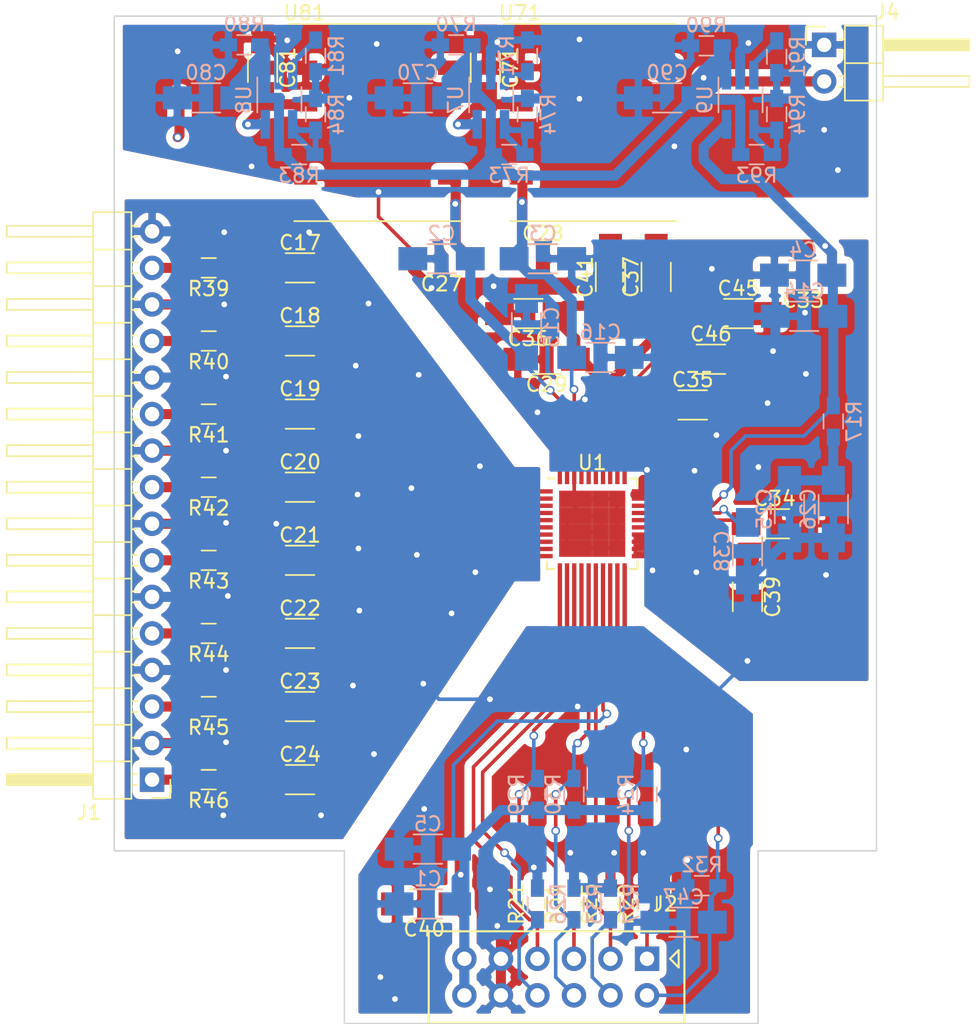
<source format=kicad_pcb>
(kicad_pcb (version 20171130) (host pcbnew "(5.1.2)-1")
  (layers (0 F.Cu signal) (31 B.Cu signal) (34 B.Paste user) (35 F.Paste user) (36 B.SilkS user) (37 F.SilkS user) (38 B.Mask user) (39 F.Mask user) (44 Edge.Cuts user))
  (net 0 "")
  (net 1 +5V)
  (net 2 AGND)
  (net 3 +15V)
  (net 4 -15V)
  (net 5 IN0)
  (net 6 IN1)
  (net 7 IN2)
  (net 8 IN3)
  (net 9 IN4)
  (net 10 IN5)
  (net 11 IN6)
  (net 12 IN7)
  (net 13 REF1)
  (net 14 ACAP)
  (net 15 RCAP)
  (net 16 DCAP)
  (net 17 REFIN)
  (net 18 CNV)
  (net 19 SDO)
  (net 20 PD)
  (net 21 BUSY2)
  (net 22 DIN)
  (net 23 CSn)
  (net 24 RESET)
  (net 25 SCK)
  (net 26 3.3V)
  (net 27 DVDD)
  (net 28 IN0_i)
  (net 29 IN1_i)
  (net 30 IN2_i)
  (net 31 IN3_i)
  (net 32 IN4_i)
  (net 33 IN5_i)
  (net 34 IN6_i)
  (net 35 IN7_i)
  (net 36 "Net-(C71-Pad2)")
  (net 37 "Net-(C81-Pad2)")
  (net 38 +5V_in)
  (net 39 "Net-(R71-Pad2)")
  (net 40 "Net-(R73-Pad2)")
  (net 41 "Net-(R81-Pad2)")
  (net 42 "Net-(R83-Pad2)")
  (net 43 "Net-(R91-Pad2)")
  (net 44 "Net-(R93-Pad2)")
  (net 45 "Net-(U71-Pad14)")
  (net 46 "Net-(U81-Pad14)")
  (module TO_SOT_Packages_SMD:TSOT-23-6_HandSoldering (layer B.Cu) (at 104.521 122.809 270)
    (fp_text reference U9 (at 0 2.45 270) (layer B.SilkS) (effects (justify mirror)))
    (fp_text value LTC6994)
    (pad 1 smd rect (at -1.71 0.95 270) (size 2 0.65) (layers B.Cu B.Paste B.Mask) (net 38 +5V_in))
    (pad 2 smd rect (at -1.71 0 270) (size 2 0.65) (layers B.Cu B.Paste B.Mask) (net 2 AGND))
    (pad 3 smd rect (at -1.71 -0.95 270) (size 2 0.65) (layers B.Cu B.Paste B.Mask) (net 43 "Net-(R91-Pad2)"))
    (pad 4 smd rect (at 1.71 -0.95 270) (size 2 0.65) (layers B.Cu B.Paste B.Mask) (net 44 "Net-(R93-Pad2)"))
    (pad 5 smd rect (at 1.71 0 270) (size 2 0.65) (layers B.Cu B.Paste B.Mask) (net 38 +5V_in))
    (pad 6 smd rect (at 1.71 0.95 270) (size 2 0.65) (layers B.Cu B.Paste B.Mask) (net 1 +5V))
  )
  (module TO_SOT_Packages_SMD:TSOT-23-6_HandSoldering (layer B.Cu) (at 87.1855 122.809 270)
    (fp_text reference U7 (at 0 2.45 270) (layer B.SilkS) (effects (justify mirror)))
    (fp_text value LTC6994)
    (pad 1 smd rect (at -1.71 0.95 270) (size 2 0.65) (layers B.Cu B.Paste B.Mask) (net 38 +5V_in))
    (pad 2 smd rect (at -1.71 0 270) (size 2 0.65) (layers B.Cu B.Paste B.Mask) (net 2 AGND))
    (pad 3 smd rect (at -1.71 -0.95 270) (size 2 0.65) (layers B.Cu B.Paste B.Mask) (net 39 "Net-(R71-Pad2)"))
    (pad 4 smd rect (at 1.71 -0.95 270) (size 2 0.65) (layers B.Cu B.Paste B.Mask) (net 40 "Net-(R73-Pad2)"))
    (pad 5 smd rect (at 1.71 0 270) (size 2 0.65) (layers B.Cu B.Paste B.Mask) (net 38 +5V_in))
    (pad 6 smd rect (at 1.71 0.95 270) (size 2 0.65) (layers B.Cu B.Paste B.Mask) (net 36 "Net-(C71-Pad2)"))
  )
  (module .pretty:DCDC-Conv_TRACO_TES-1SM (layer F.Cu) (at 79.3115 124.3965)
    (fp_text reference U81 (at -5.08 -7.62) (layer F.SilkS))
    (fp_text value TracoTES1-0513)
    (pad 3 smd rect (at -5 -1.27) (size 1.6 1) (layers F.Cu F.Paste F.Mask) (net 37 "Net-(C81-Pad2)"))
    (pad 1 smd rect (at -5 -3.81) (size 1.6 1) (layers F.Cu F.Paste F.Mask) (net 2 AGND))
    (pad 7 smd rect (at -5 3.81) (size 1.6 1) (layers F.Cu F.Paste F.Mask) (net 2 AGND))
    (pad 8 smd rect (at 5 3.81) (size 1.6 1) (layers F.Cu F.Paste F.Mask) (net 3 +15V))
    (pad 14 smd rect (at 5 -3.81) (size 1.6 1) (layers F.Cu F.Paste F.Mask) (net 46 "Net-(U81-Pad14)"))
  )
  (module Capacitors_SMD:C_1206_HandSoldering (layer F.Cu) (at 98.679 135.128 90)
    (fp_text reference C37 (at 0 -1.75 90) (layer F.SilkS))
    (fp_text value 0.1u)
    (pad 1 smd rect (at -2 0 90) (size 2 1.6) (layers F.Cu F.Paste F.Mask) (net 13 REF1))
    (pad 2 smd rect (at 2 0 90) (size 2 1.6) (layers F.Cu F.Paste F.Mask) (net 2 AGND))
  )
  (module Capacitors_SMD:C_1206_HandSoldering (layer F.Cu) (at 89.789 137.668 180)
    (fp_text reference C36 (at 0 -1.75 180) (layer F.SilkS))
    (fp_text value 10u)
    (pad 1 smd rect (at -2 0 180) (size 2 1.6) (layers F.Cu F.Paste F.Mask) (net 13 REF1))
    (pad 2 smd rect (at 2 0 180) (size 2 1.6) (layers F.Cu F.Paste F.Mask) (net 2 AGND))
  )
  (module Capacitors_SMD:C_1206_HandSoldering (layer F.Cu) (at 82.55 178.689 180)
    (fp_text reference C40 (at 0 -1.75 180) (layer F.SilkS))
    (fp_text value 0.1u)
    (pad 1 smd rect (at -2 0 180) (size 2 1.6) (layers F.Cu F.Paste F.Mask) (net 26 3.3V))
    (pad 2 smd rect (at 2 0 180) (size 2 1.6) (layers F.Cu F.Paste F.Mask) (net 2 AGND))
  )
  (module Housings_DFN_QFN:QFN-40-1EP_6x6mm_Pitch0.5mm (layer F.Cu) (at 94.234 152.273)
    (fp_text reference U1 (at 0 -4.25) (layer F.SilkS))
    (fp_text value ADAS)
    (pad 1 smd rect (at -3 -2.25) (size 5 0.3) (drill (offset -2.25 0)) (layers F.Cu F.Paste F.Mask) (net 5 IN0))
    (pad 2 smd rect (at -3 -1.75) (size 5 0.3) (drill (offset -2.25 0)) (layers F.Cu F.Paste F.Mask) (net 6 IN1))
    (pad 3 smd rect (at -3 -1.25) (size 5 0.3) (drill (offset -2.25 0)) (layers F.Cu F.Paste F.Mask) (net 7 IN2))
    (pad 4 smd rect (at -3 -0.75) (size 5 0.3) (drill (offset -2.25 0)) (layers F.Cu F.Paste F.Mask) (net 8 IN3))
    (pad 5 smd rect (at -3 -0.25) (size 5 0.3) (drill (offset -2.25 0)) (layers F.Cu F.Paste F.Mask) (net 2 AGND))
    (pad 6 smd rect (at -3 0.25) (size 5 0.3) (drill (offset -2.25 0)) (layers F.Cu F.Paste F.Mask) (net 9 IN4))
    (pad 7 smd rect (at -3 0.75) (size 5 0.3) (drill (offset -2.25 0)) (layers F.Cu F.Paste F.Mask) (net 10 IN5))
    (pad 8 smd rect (at -3 1.25) (size 5 0.3) (drill (offset -2.25 0)) (layers F.Cu F.Paste F.Mask) (net 11 IN6))
    (pad 9 smd rect (at -3 1.75) (size 5 0.3) (drill (offset -2.25 0)) (layers F.Cu F.Paste F.Mask) (net 12 IN7))
    (pad 10 smd rect (at -3 2.25) (size 5 0.3) (drill (offset -2.25 0)) (layers F.Cu F.Paste F.Mask) (net 2 AGND))
    (pad 11 smd rect (at -2.25 3 90) (size 5 0.3) (drill (offset -2.25 0)) (layers F.Cu F.Paste F.Mask) (net 23 CSn))
    (pad 12 smd rect (at -1.75 3 90) (size 5 0.3) (drill (offset -2.25 0)) (layers F.Cu F.Paste F.Mask) (net 22 DIN))
    (pad 13 smd rect (at -1.25 3 90) (size 5 0.3) (drill (offset -2.25 0)) (layers F.Cu F.Paste F.Mask) (net 24 RESET))
    (pad 14 smd rect (at -0.75 3 90) (size 5 0.3) (drill (offset -2.25 0)) (layers F.Cu F.Paste F.Mask) (net 2 AGND))
    (pad 15 smd rect (at -0.25 3 90) (size 5 0.3) (drill (offset -2.25 0)) (layers F.Cu F.Paste F.Mask) (net 20 PD))
    (pad 16 smd rect (at 0.25 3 90) (size 5 0.3) (drill (offset -2.25 0)) (layers F.Cu F.Paste F.Mask) (net 25 SCK))
    (pad 17 smd rect (at 0.75 3 90) (size 5 0.3) (drill (offset -2.25 0)) (layers F.Cu F.Paste F.Mask) (net 26 3.3V))
    (pad 18 smd rect (at 1.25 3 90) (size 5 0.3) (drill (offset -2.25 0)) (layers F.Cu F.Paste F.Mask) (net 19 SDO))
    (pad 19 smd rect (at 1.75 3 90) (size 5 0.3) (drill (offset -2.25 0)) (layers F.Cu F.Paste F.Mask) (net 21 BUSY2))
    (pad 20 smd rect (at 2.25 3 90) (size 5 0.3) (drill (offset -2.25 0)) (layers F.Cu F.Paste F.Mask) (net 18 CNV))
    (pad 21 smd rect (at 3 2.25) (size 5 0.3) (drill (offset 2.25 0)) (layers F.Cu F.Paste F.Mask) (net 2 AGND))
    (pad 22 smd rect (at 3 1.75) (size 5 0.3) (drill (offset 2.25 0)) (layers F.Cu F.Paste F.Mask) (net 2 AGND))
    (pad 23 smd rect (at 3 1.25) (size 5 0.3) (drill (offset 2.25 0)) (layers F.Cu F.Paste F.Mask) (net 2 AGND))
    (pad 24 smd rect (at 3 0.75) (size 5 0.3) (drill (offset 2.25 0)) (layers F.Cu F.Paste F.Mask) (net 2 AGND))
    (pad 25 smd rect (at 3 0.25) (size 5 0.3) (drill (offset 2.25 0)) (layers F.Cu F.Paste F.Mask) (net 16 DCAP))
    (pad 26 smd rect (at 3 -0.25) (size 5 0.3) (drill (offset 2.25 0)) (layers F.Cu F.Paste F.Mask) (net 14 ACAP))
    (pad 27 smd rect (at 3 -0.75) (size 5 0.3) (drill (offset 2.25 0)) (layers F.Cu F.Paste F.Mask) (net 27 DVDD))
    (pad 28 smd rect (at 3 -1.25) (size 5 0.3) (drill (offset 2.25 0)) (layers F.Cu F.Paste F.Mask) (net 1 +5V))
    (pad 29 smd rect (at 3 -1.75) (size 5 0.3) (drill (offset 2.25 0)) (layers F.Cu F.Paste F.Mask) (net 2 AGND))
    (pad 30 smd rect (at 3 -2.25) (size 5 0.3) (drill (offset 2.25 0)) (layers F.Cu F.Paste F.Mask) (net 2 AGND))
    (pad 31 smd rect (at 2.25 -3 90) (size 5 0.3) (drill (offset 2.25 0)) (layers F.Cu F.Paste F.Mask) (net 15 RCAP))
    (pad 32 smd rect (at 1.75 -3 90) (size 5 0.3) (drill (offset 2.25 0)) (layers F.Cu F.Paste F.Mask) (net 17 REFIN))
    (pad 33 smd rect (at 1.25 -3 90) (size 5 0.3) (drill (offset 2.25 0)) (layers F.Cu F.Paste F.Mask) (net 13 REF1))
    (pad 34 smd rect (at 0.75 -3 90) (size 5 0.3) (drill (offset 2.25 0)) (layers F.Cu F.Paste F.Mask) (net 13 REF1))
    (pad 35 smd rect (at 0.25 -3 90) (size 5 0.3) (drill (offset 2.25 0)) (layers F.Cu F.Paste F.Mask) (net 2 AGND))
    (pad 36 smd rect (at -0.25 -3 90) (size 5 0.3) (drill (offset 2.25 0)) (layers F.Cu F.Paste F.Mask) (net 2 AGND))
    (pad 37 smd rect (at -0.75 -3 90) (size 5 0.3) (drill (offset 2.25 0)) (layers F.Cu F.Paste F.Mask) (net 2 AGND))
    (pad 38 smd rect (at -1.25 -3 90) (size 5 0.3) (drill (offset 2.25 0)) (layers F.Cu F.Paste F.Mask) (net 4 -15V))
    (pad 39 smd rect (at -1.75 -3 90) (size 5 0.3) (drill (offset 2.25 0)) (layers F.Cu F.Paste F.Mask) (net 3 +15V))
    (pad 40 smd rect (at -2.25 -3 90) (size 5 0.3) (drill (offset 2.25 0)) (layers F.Cu F.Paste F.Mask) (net 2 AGND))
    (pad 41 smd rect (at 1.725 1.725) (size 1.15 1.15) (layers F.Cu F.Paste F.Mask) (net 4 -15V))
    (pad 41 smd rect (at 1.725 0.575) (size 1.15 1.15) (layers F.Cu F.Paste F.Mask) (net 4 -15V))
    (pad 41 smd rect (at 1.725 -0.575) (size 1.15 1.15) (layers F.Cu F.Paste F.Mask) (net 4 -15V))
    (pad 41 smd rect (at 1.725 -1.725) (size 1.15 1.15) (layers F.Cu F.Paste F.Mask) (net 4 -15V))
    (pad 41 smd rect (at 0.575 1.725) (size 1.15 1.15) (layers F.Cu F.Paste F.Mask) (net 4 -15V))
    (pad 41 smd rect (at 0.575 0.575) (size 1.15 1.15) (layers F.Cu F.Paste F.Mask) (net 4 -15V))
    (pad 41 smd rect (at 0.575 -0.575) (size 1.15 1.15) (layers F.Cu F.Paste F.Mask) (net 4 -15V))
    (pad 41 smd rect (at 0.575 -1.725) (size 1.15 1.15) (layers F.Cu F.Paste F.Mask) (net 4 -15V))
    (pad 41 smd rect (at -0.575 1.725) (size 1.15 1.15) (layers F.Cu F.Paste F.Mask) (net 4 -15V))
    (pad 41 smd rect (at -0.575 0.575) (size 1.15 1.15) (layers F.Cu F.Paste F.Mask) (net 4 -15V))
    (pad 41 smd rect (at -0.575 -0.575) (size 1.15 1.15) (layers F.Cu F.Paste F.Mask) (net 4 -15V))
    (pad 41 smd rect (at -0.575 -1.725) (size 1.15 1.15) (layers F.Cu F.Paste F.Mask) (net 4 -15V))
    (pad 41 smd rect (at -1.725 1.725) (size 1.15 1.15) (layers F.Cu F.Paste F.Mask) (net 4 -15V))
    (pad 41 smd rect (at -1.725 0.575) (size 1.15 1.15) (layers F.Cu F.Paste F.Mask) (net 4 -15V))
    (pad 41 smd rect (at -1.725 -0.575) (size 1.15 1.15) (layers F.Cu F.Paste F.Mask) (net 4 -15V))
    (pad 41 smd rect (at -1.725 -1.725) (size 1.15 1.15) (layers F.Cu F.Paste F.Mask) (net 4 -15V))
  )
  (module Resistors_SMD:R_0603_HandSoldering (layer F.Cu) (at 67.564 170.053 180)
    (fp_text reference R46 (at 0 -1.45 180) (layer F.SilkS))
    (fp_text value 90)
    (pad 1 smd rect (at -1.1 0 180) (size 1.2 0.9) (layers F.Cu F.Paste F.Mask) (net 12 IN7))
    (pad 2 smd rect (at 1.1 0 180) (size 1.2 0.9) (layers F.Cu F.Paste F.Mask) (net 35 IN7_i))
  )
  (module Resistors_SMD:R_0603_HandSoldering (layer F.Cu) (at 67.564 164.973 180)
    (fp_text reference R45 (at 0 -1.45 180) (layer F.SilkS))
    (fp_text value 90)
    (pad 1 smd rect (at -1.1 0 180) (size 1.2 0.9) (layers F.Cu F.Paste F.Mask) (net 11 IN6))
    (pad 2 smd rect (at 1.1 0 180) (size 1.2 0.9) (layers F.Cu F.Paste F.Mask) (net 34 IN6_i))
  )
  (module Resistors_SMD:R_0603_HandSoldering (layer F.Cu) (at 67.564 159.893 180)
    (fp_text reference R44 (at 0 -1.45 180) (layer F.SilkS))
    (fp_text value 90)
    (pad 1 smd rect (at -1.1 0 180) (size 1.2 0.9) (layers F.Cu F.Paste F.Mask) (net 10 IN5))
    (pad 2 smd rect (at 1.1 0 180) (size 1.2 0.9) (layers F.Cu F.Paste F.Mask) (net 33 IN5_i))
  )
  (module Resistors_SMD:R_0603_HandSoldering (layer F.Cu) (at 67.564 154.813 180)
    (fp_text reference R43 (at 0 -1.45 180) (layer F.SilkS))
    (fp_text value 90)
    (pad 1 smd rect (at -1.1 0 180) (size 1.2 0.9) (layers F.Cu F.Paste F.Mask) (net 9 IN4))
    (pad 2 smd rect (at 1.1 0 180) (size 1.2 0.9) (layers F.Cu F.Paste F.Mask) (net 32 IN4_i))
  )
  (module Resistors_SMD:R_0603_HandSoldering (layer F.Cu) (at 67.564 149.733 180)
    (fp_text reference R42 (at 0 -1.45 180) (layer F.SilkS))
    (fp_text value 90)
    (pad 1 smd rect (at -1.1 0 180) (size 1.2 0.9) (layers F.Cu F.Paste F.Mask) (net 8 IN3))
    (pad 2 smd rect (at 1.1 0 180) (size 1.2 0.9) (layers F.Cu F.Paste F.Mask) (net 31 IN3_i))
  )
  (module Resistors_SMD:R_0603_HandSoldering (layer F.Cu) (at 67.564 144.653 180)
    (fp_text reference R41 (at 0 -1.45 180) (layer F.SilkS))
    (fp_text value 90)
    (pad 1 smd rect (at -1.1 0 180) (size 1.2 0.9) (layers F.Cu F.Paste F.Mask) (net 7 IN2))
    (pad 2 smd rect (at 1.1 0 180) (size 1.2 0.9) (layers F.Cu F.Paste F.Mask) (net 30 IN2_i))
  )
  (module Resistors_SMD:R_0603_HandSoldering (layer F.Cu) (at 67.564 139.573 180)
    (fp_text reference R40 (at 0 -1.45 180) (layer F.SilkS))
    (fp_text value 90)
    (pad 1 smd rect (at -1.1 0 180) (size 1.2 0.9) (layers F.Cu F.Paste F.Mask) (net 6 IN1))
    (pad 2 smd rect (at 1.1 0 180) (size 1.2 0.9) (layers F.Cu F.Paste F.Mask) (net 29 IN1_i))
  )
  (module Resistors_SMD:R_0603_HandSoldering (layer F.Cu) (at 67.564 134.493 180)
    (fp_text reference R39 (at 0 -1.45 180) (layer F.SilkS))
    (fp_text value 90)
    (pad 1 smd rect (at -1.1 0 180) (size 1.2 0.9) (layers F.Cu F.Paste F.Mask) (net 5 IN0))
    (pad 2 smd rect (at 1.1 0 180) (size 1.2 0.9) (layers F.Cu F.Paste F.Mask) (net 28 IN0_i))
  )
  (module Resistors_SMD:R_0603_HandSoldering (layer B.Cu) (at 92.964 178.689 90)
    (fp_text reference R33 (at 0 1.45 90) (layer B.SilkS) (effects (justify mirror)))
    (fp_text value 10K)
    (pad 1 smd rect (at -1.1 0 90) (size 1.2 0.9) (layers B.Cu B.Paste B.Mask) (net 20 PD))
    (pad 2 smd rect (at 1.1 0 90) (size 1.2 0.9) (layers B.Cu B.Paste B.Mask) (net 2 AGND))
  )
  (module Resistors_SMD:R_0603_HandSoldering (layer B.Cu) (at 101.854 177.419 180)
    (fp_text reference R32 (at 0 1.45 180) (layer B.SilkS) (effects (justify mirror)))
    (fp_text value 10K)
    (pad 1 smd rect (at -1.1 0 180) (size 1.2 0.9) (layers B.Cu B.Paste B.Mask) (net 18 CNV))
    (pad 2 smd rect (at 1.1 0 180) (size 1.2 0.9) (layers B.Cu B.Paste B.Mask) (net 2 AGND))
  )
  (module Resistors_SMD:R_0603_HandSoldering (layer F.Cu) (at 92.964 178.689 90)
    (fp_text reference R31 (at 0 -1.45 90) (layer F.SilkS))
    (fp_text value 10K)
    (pad 1 smd rect (at -1.1 0 90) (size 1.2 0.9) (layers F.Cu F.Paste F.Mask) (net 24 RESET))
    (pad 2 smd rect (at 1.1 0 90) (size 1.2 0.9) (layers F.Cu F.Paste F.Mask) (net 2 AGND))
  )
  (module Resistors_SMD:R_0603_HandSoldering (layer B.Cu) (at 92.964 171.069 270)
    (fp_text reference R30 (at 0 1.45 270) (layer B.SilkS) (effects (justify mirror)))
    (fp_text value 10K)
    (pad 1 smd rect (at -1.1 0 270) (size 1.2 0.9) (layers B.Cu B.Paste B.Mask) (net 20 PD))
    (pad 2 smd rect (at 1.1 0 270) (size 1.2 0.9) (layers B.Cu B.Paste B.Mask) (net 26 3.3V))
  )
  (module Resistors_SMD:R_0603_HandSoldering (layer B.Cu) (at 90.424 171.069 270)
    (fp_text reference R29 (at 0 1.45 270) (layer B.SilkS) (effects (justify mirror)))
    (fp_text value 10K)
    (pad 1 smd rect (at -1.1 0 270) (size 1.2 0.9) (layers B.Cu B.Paste B.Mask) (net 24 RESET))
    (pad 2 smd rect (at 1.1 0 270) (size 1.2 0.9) (layers B.Cu B.Paste B.Mask) (net 26 3.3V))
  )
  (module Resistors_SMD:R_0603_HandSoldering (layer B.Cu) (at 95.504 178.689 90)
    (fp_text reference R27 (at 0 1.45 90) (layer B.SilkS) (effects (justify mirror)))
    (fp_text value 15K)
    (pad 1 smd rect (at -1.1 0 90) (size 1.2 0.9) (layers B.Cu B.Paste B.Mask) (net 19 SDO))
    (pad 2 smd rect (at 1.1 0 90) (size 1.2 0.9) (layers B.Cu B.Paste B.Mask) (net 2 AGND))
  )
  (module Resistors_SMD:R_0603_HandSoldering (layer B.Cu) (at 90.424 178.689 90)
    (fp_text reference R26 (at 0 1.45 90) (layer B.SilkS) (effects (justify mirror)))
    (fp_text value 10K)
    (pad 1 smd rect (at -1.1 0 90) (size 1.2 0.9) (layers B.Cu B.Paste B.Mask) (net 22 DIN))
    (pad 2 smd rect (at 1.1 0 90) (size 1.2 0.9) (layers B.Cu B.Paste B.Mask) (net 2 AGND))
  )
  (module Resistors_SMD:R_0603_HandSoldering (layer F.Cu) (at 95.504 178.689 90)
    (fp_text reference R25 (at 0 -1.45 90) (layer F.SilkS))
    (fp_text value 10K)
    (pad 1 smd rect (at -1.1 0 90) (size 1.2 0.9) (layers F.Cu F.Paste F.Mask) (net 25 SCK))
    (pad 2 smd rect (at 1.1 0 90) (size 1.2 0.9) (layers F.Cu F.Paste F.Mask) (net 2 AGND))
  )
  (module Resistors_SMD:R_0603_HandSoldering (layer B.Cu) (at 98.044 171.069 270)
    (fp_text reference R24 (at 0 1.45 270) (layer B.SilkS) (effects (justify mirror)))
    (fp_text value 15k)
    (pad 1 smd rect (at -1.1 0 270) (size 1.2 0.9) (layers B.Cu B.Paste B.Mask) (net 19 SDO))
    (pad 2 smd rect (at 1.1 0 270) (size 1.2 0.9) (layers B.Cu B.Paste B.Mask) (net 26 3.3V))
  )
  (module Resistors_SMD:R_0603_HandSoldering (layer F.Cu) (at 90.424 178.689 90)
    (fp_text reference R21 (at 0 -1.45 90) (layer F.SilkS))
    (fp_text value 10K)
    (pad 1 smd rect (at -1.1 0 90) (size 1.2 0.9) (layers F.Cu F.Paste F.Mask) (net 23 CSn))
    (pad 2 smd rect (at 1.1 0 90) (size 1.2 0.9) (layers F.Cu F.Paste F.Mask) (net 2 AGND))
  )
  (module Resistors_SMD:R_0603_HandSoldering (layer F.Cu) (at 98.044 178.689 90)
    (fp_text reference R20 (at 0 -1.45 90) (layer F.SilkS))
    (fp_text value 10K)
    (pad 1 smd rect (at -1.1 0 90) (size 1.2 0.9) (layers F.Cu F.Paste F.Mask) (net 21 BUSY2))
    (pad 2 smd rect (at 1.1 0 90) (size 1.2 0.9) (layers F.Cu F.Paste F.Mask) (net 2 AGND))
  )
  (module Resistors_SMD:R_0603_HandSoldering (layer B.Cu) (at 110.998 145.161 90)
    (fp_text reference R17 (at 0 1.45 90) (layer B.SilkS) (effects (justify mirror)))
    (fp_text value 20)
    (pad 1 smd rect (at -1.1 0 90) (size 1.2 0.9) (layers B.Cu B.Paste B.Mask) (net 27 DVDD))
    (pad 2 smd rect (at 1.1 0 90) (size 1.2 0.9) (layers B.Cu B.Paste B.Mask) (net 1 +5V))
  )
  (module Pin_Headers:Pin_Header_Angled_1x02_Pitch2.54mm (layer F.Cu) (at 110.363 118.999)
    (fp_text reference J4 (at 4.385 -2.27) (layer F.SilkS))
    (fp_text value CONN_01X02)
    (pad 1 thru_hole rect (at 0 0) (size 1.7 1.7) (drill 1) (layers *.Cu *.Mask) (net 2 AGND))
    (pad 2 thru_hole oval (at 0 2.54) (size 1.7 1.7) (drill 1) (layers *.Cu *.Mask) (net 38 +5V_in))
  )
  (module Pin_Headers:Pin_Header_Angled_1x16_Pitch2.54mm (layer F.Cu) (at 63.627 170.053 180)
    (fp_text reference J1 (at 4.385 -2.27 180) (layer F.SilkS))
    (fp_text value CONN_01X16)
    (pad 1 thru_hole rect (at 0 0 180) (size 1.7 1.7) (drill 1) (layers *.Cu *.Mask) (net 35 IN7_i))
    (pad 2 thru_hole oval (at 0 2.54 180) (size 1.7 1.7) (drill 1) (layers *.Cu *.Mask) (net 2 AGND))
    (pad 3 thru_hole oval (at 0 5.08 180) (size 1.7 1.7) (drill 1) (layers *.Cu *.Mask) (net 34 IN6_i))
    (pad 4 thru_hole oval (at 0 7.62 180) (size 1.7 1.7) (drill 1) (layers *.Cu *.Mask) (net 2 AGND))
    (pad 5 thru_hole oval (at 0 10.16 180) (size 1.7 1.7) (drill 1) (layers *.Cu *.Mask) (net 33 IN5_i))
    (pad 6 thru_hole oval (at 0 12.7 180) (size 1.7 1.7) (drill 1) (layers *.Cu *.Mask) (net 2 AGND))
    (pad 7 thru_hole oval (at 0 15.24 180) (size 1.7 1.7) (drill 1) (layers *.Cu *.Mask) (net 32 IN4_i))
    (pad 8 thru_hole oval (at 0 17.78 180) (size 1.7 1.7) (drill 1) (layers *.Cu *.Mask) (net 2 AGND))
    (pad 9 thru_hole oval (at 0 20.32 180) (size 1.7 1.7) (drill 1) (layers *.Cu *.Mask) (net 31 IN3_i))
    (pad 10 thru_hole oval (at 0 22.86 180) (size 1.7 1.7) (drill 1) (layers *.Cu *.Mask) (net 2 AGND))
    (pad 11 thru_hole oval (at 0 25.4 180) (size 1.7 1.7) (drill 1) (layers *.Cu *.Mask) (net 30 IN2_i))
    (pad 12 thru_hole oval (at 0 27.94 180) (size 1.7 1.7) (drill 1) (layers *.Cu *.Mask) (net 2 AGND))
    (pad 13 thru_hole oval (at 0 30.48 180) (size 1.7 1.7) (drill 1) (layers *.Cu *.Mask) (net 29 IN1_i))
    (pad 14 thru_hole oval (at 0 33.02 180) (size 1.7 1.7) (drill 1) (layers *.Cu *.Mask) (net 2 AGND))
    (pad 15 thru_hole oval (at 0 35.56 180) (size 1.7 1.7) (drill 1) (layers *.Cu *.Mask) (net 28 IN0_i))
    (pad 16 thru_hole oval (at 0 38.1 180) (size 1.7 1.7) (drill 1) (layers *.Cu *.Mask) (net 2 AGND))
  )
  (module Capacitors_SMD:C_1206_HandSoldering (layer B.Cu) (at 100.584 179.959 180)
    (fp_text reference C47 (at 0 1.75 180) (layer B.SilkS) (effects (justify mirror)))
    (fp_text value 100p)
    (pad 1 smd rect (at -2 0 180) (size 2 1.6) (layers B.Cu B.Paste B.Mask) (net 18 CNV))
    (pad 2 smd rect (at 2 0 180) (size 2 1.6) (layers B.Cu B.Paste B.Mask) (net 2 AGND))
  )
  (module Capacitors_SMD:C_1206_HandSoldering (layer F.Cu) (at 102.489 140.843)
    (fp_text reference C46 (at 0 -1.75) (layer F.SilkS))
    (fp_text value 10u)
    (pad 1 smd rect (at -2 0) (size 2 1.6) (layers F.Cu F.Paste F.Mask) (net 17 REFIN))
    (pad 2 smd rect (at 2 0) (size 2 1.6) (layers F.Cu F.Paste F.Mask) (net 2 AGND))
  )
  (module Capacitors_SMD:C_1206_HandSoldering (layer F.Cu) (at 104.394 137.668)
    (fp_text reference C45 (at 0 -1.75) (layer F.SilkS))
    (fp_text value 0.1u)
    (pad 1 smd rect (at -2 0) (size 2 1.6) (layers F.Cu F.Paste F.Mask) (net 17 REFIN))
    (pad 2 smd rect (at 2 0) (size 2 1.6) (layers F.Cu F.Paste F.Mask) (net 2 AGND))
  )
  (module Capacitors_SMD:C_1206_HandSoldering (layer F.Cu) (at 95.504 135.128 90)
    (fp_text reference C41 (at 0 -1.75 90) (layer F.SilkS))
    (fp_text value 10u)
    (pad 1 smd rect (at -2 0 90) (size 2 1.6) (layers F.Cu F.Paste F.Mask) (net 13 REF1))
    (pad 2 smd rect (at 2 0 90) (size 2 1.6) (layers F.Cu F.Paste F.Mask) (net 2 AGND))
  )
  (module Capacitors_SMD:C_1206_HandSoldering (layer F.Cu) (at 105.029 157.353 270)
    (fp_text reference C39 (at 0 -1.75 270) (layer F.SilkS))
    (fp_text value 0.1u)
    (pad 1 smd rect (at -2 0 270) (size 2 1.6) (layers F.Cu F.Paste F.Mask) (net 16 DCAP))
    (pad 2 smd rect (at 2 0 270) (size 2 1.6) (layers F.Cu F.Paste F.Mask) (net 2 AGND))
  )
  (module Capacitors_SMD:C_1206_HandSoldering (layer B.Cu) (at 105.029 154.178 270)
    (fp_text reference C38 (at 0 1.75 270) (layer B.SilkS) (effects (justify mirror)))
    (fp_text value 0.1u)
    (pad 1 smd rect (at -2 0 270) (size 2 1.6) (layers B.Cu B.Paste B.Mask) (net 27 DVDD))
    (pad 2 smd rect (at 2 0 270) (size 2 1.6) (layers B.Cu B.Paste B.Mask) (net 2 AGND))
  )
  (module Capacitors_SMD:C_1206_HandSoldering (layer F.Cu) (at 101.219 144.018)
    (fp_text reference C35 (at 0 -1.75) (layer F.SilkS))
    (fp_text value 0.1u)
    (pad 1 smd rect (at -2 0) (size 2 1.6) (layers F.Cu F.Paste F.Mask) (net 15 RCAP))
    (pad 2 smd rect (at 2 0) (size 2 1.6) (layers F.Cu F.Paste F.Mask) (net 2 AGND))
  )
  (module Capacitors_SMD:C_1206_HandSoldering (layer F.Cu) (at 106.934 152.273)
    (fp_text reference C34 (at 0 -1.75) (layer F.SilkS))
    (fp_text value 0.1u)
    (pad 1 smd rect (at -2 0) (size 2 1.6) (layers F.Cu F.Paste F.Mask) (net 14 ACAP))
    (pad 2 smd rect (at 2 0) (size 2 1.6) (layers F.Cu F.Paste F.Mask) (net 2 AGND))
  )
  (module Capacitors_SMD:C_1206_HandSoldering (layer F.Cu) (at 108.9025 135.001 180)
    (fp_text reference C33 (at 0 -1.75 180) (layer F.SilkS))
    (fp_text value 0.1u)
    (pad 1 smd rect (at -2 0 180) (size 2 1.6) (layers F.Cu F.Paste F.Mask) (net 1 +5V))
    (pad 2 smd rect (at 2 0 180) (size 2 1.6) (layers F.Cu F.Paste F.Mask) (net 2 AGND))
  )
  (module Capacitors_SMD:C_1206_HandSoldering (layer F.Cu) (at 91.059 140.843 180)
    (fp_text reference C29 (at 0 -1.75 180) (layer F.SilkS))
    (fp_text value 0.1u)
    (pad 1 smd rect (at -2 0 180) (size 2 1.6) (layers F.Cu F.Paste F.Mask) (net 13 REF1))
    (pad 2 smd rect (at 2 0 180) (size 2 1.6) (layers F.Cu F.Paste F.Mask) (net 2 AGND))
  )
  (module Capacitors_SMD:C_1206_HandSoldering (layer F.Cu) (at 90.805 133.858)
    (fp_text reference C28 (at 0 -1.75) (layer F.SilkS))
    (fp_text value 0.1u)
    (pad 1 smd rect (at -2 0) (size 2 1.6) (layers F.Cu F.Paste F.Mask) (net 4 -15V))
    (pad 2 smd rect (at 2 0) (size 2 1.6) (layers F.Cu F.Paste F.Mask) (net 2 AGND))
  )
  (module Capacitors_SMD:C_1206_HandSoldering (layer F.Cu) (at 83.7565 133.858 180)
    (fp_text reference C27 (at 0 -1.75 180) (layer F.SilkS))
    (fp_text value 0.1u)
    (pad 1 smd rect (at -2 0 180) (size 2 1.6) (layers F.Cu F.Paste F.Mask) (net 3 +15V))
    (pad 2 smd rect (at 2 0 180) (size 2 1.6) (layers F.Cu F.Paste F.Mask) (net 2 AGND))
  )
  (module Capacitors_SMD:C_1206_HandSoldering (layer B.Cu) (at 110.998 151.257 270)
    (fp_text reference C26 (at 0 1.75 270) (layer B.SilkS) (effects (justify mirror)))
    (fp_text value 100n)
    (pad 1 smd rect (at -2 0 270) (size 2 1.6) (layers B.Cu B.Paste B.Mask) (net 27 DVDD))
    (pad 2 smd rect (at 2 0 270) (size 2 1.6) (layers B.Cu B.Paste B.Mask) (net 2 AGND))
  )
  (module Capacitors_SMD:C_1206_HandSoldering (layer B.Cu) (at 107.95 151.257 270)
    (fp_text reference C25 (at 0 1.75 270) (layer B.SilkS) (effects (justify mirror)))
    (fp_text value 10u)
    (pad 1 smd rect (at -2 0 270) (size 2 1.6) (layers B.Cu B.Paste B.Mask) (net 27 DVDD))
    (pad 2 smd rect (at 2 0 270) (size 2 1.6) (layers B.Cu B.Paste B.Mask) (net 2 AGND))
  )
  (module Capacitors_SMD:C_1206_HandSoldering (layer F.Cu) (at 73.914 170.053)
    (fp_text reference C24 (at 0 -1.75) (layer F.SilkS))
    (fp_text value 2700p)
    (pad 1 smd rect (at -2 0) (size 2 1.6) (layers F.Cu F.Paste F.Mask) (net 12 IN7))
    (pad 2 smd rect (at 2 0) (size 2 1.6) (layers F.Cu F.Paste F.Mask) (net 2 AGND))
  )
  (module Capacitors_SMD:C_1206_HandSoldering (layer F.Cu) (at 73.914 164.973)
    (fp_text reference C23 (at 0 -1.75) (layer F.SilkS))
    (fp_text value 2700p)
    (pad 1 smd rect (at -2 0) (size 2 1.6) (layers F.Cu F.Paste F.Mask) (net 11 IN6))
    (pad 2 smd rect (at 2 0) (size 2 1.6) (layers F.Cu F.Paste F.Mask) (net 2 AGND))
  )
  (module Capacitors_SMD:C_1206_HandSoldering (layer F.Cu) (at 73.914 159.893)
    (fp_text reference C22 (at 0 -1.75) (layer F.SilkS))
    (fp_text value 2700p)
    (pad 1 smd rect (at -2 0) (size 2 1.6) (layers F.Cu F.Paste F.Mask) (net 10 IN5))
    (pad 2 smd rect (at 2 0) (size 2 1.6) (layers F.Cu F.Paste F.Mask) (net 2 AGND))
  )
  (module Capacitors_SMD:C_1206_HandSoldering (layer F.Cu) (at 73.914 154.813)
    (fp_text reference C21 (at 0 -1.75) (layer F.SilkS))
    (fp_text value 2700p)
    (pad 1 smd rect (at -2 0) (size 2 1.6) (layers F.Cu F.Paste F.Mask) (net 9 IN4))
    (pad 2 smd rect (at 2 0) (size 2 1.6) (layers F.Cu F.Paste F.Mask) (net 2 AGND))
  )
  (module Capacitors_SMD:C_1206_HandSoldering (layer F.Cu) (at 73.914 149.733)
    (fp_text reference C20 (at 0 -1.75) (layer F.SilkS))
    (fp_text value 2700p)
    (pad 1 smd rect (at -2 0) (size 2 1.6) (layers F.Cu F.Paste F.Mask) (net 8 IN3))
    (pad 2 smd rect (at 2 0) (size 2 1.6) (layers F.Cu F.Paste F.Mask) (net 2 AGND))
  )
  (module Capacitors_SMD:C_1206_HandSoldering (layer F.Cu) (at 73.914 144.653)
    (fp_text reference C19 (at 0 -1.75) (layer F.SilkS))
    (fp_text value 2700p)
    (pad 1 smd rect (at -2 0) (size 2 1.6) (layers F.Cu F.Paste F.Mask) (net 7 IN2))
    (pad 2 smd rect (at 2 0) (size 2 1.6) (layers F.Cu F.Paste F.Mask) (net 2 AGND))
  )
  (module Capacitors_SMD:C_1206_HandSoldering (layer F.Cu) (at 73.914 139.573)
    (fp_text reference C18 (at 0 -1.75) (layer F.SilkS))
    (fp_text value 2700p)
    (pad 1 smd rect (at -2 0) (size 2 1.6) (layers F.Cu F.Paste F.Mask) (net 6 IN1))
    (pad 2 smd rect (at 2 0) (size 2 1.6) (layers F.Cu F.Paste F.Mask) (net 2 AGND))
  )
  (module Capacitors_SMD:C_1206_HandSoldering (layer F.Cu) (at 73.914 134.493)
    (fp_text reference C17 (at 0 -1.75) (layer F.SilkS))
    (fp_text value 2700p)
    (pad 1 smd rect (at -2 0) (size 2 1.6) (layers F.Cu F.Paste F.Mask) (net 5 IN0))
    (pad 2 smd rect (at 2 0) (size 2 1.6) (layers F.Cu F.Paste F.Mask) (net 2 AGND))
  )
  (module Capacitors_SMD:C_1206_HandSoldering (layer B.Cu) (at 94.8055 140.716 180)
    (fp_text reference C16 (at 0 1.75 180) (layer B.SilkS) (effects (justify mirror)))
    (fp_text value 100n)
    (pad 1 smd rect (at -2 0 180) (size 2 1.6) (layers B.Cu B.Paste B.Mask) (net 2 AGND))
    (pad 2 smd rect (at 2 0 180) (size 2 1.6) (layers B.Cu B.Paste B.Mask) (net 4 -15V))
  )
  (module Capacitors_SMD:C_1206_HandSoldering (layer B.Cu) (at 89.662 138.6205 90)
    (fp_text reference C15 (at 0 1.75 90) (layer B.SilkS) (effects (justify mirror)))
    (fp_text value 100n)
    (pad 1 smd rect (at -2 0 90) (size 2 1.6) (layers B.Cu B.Paste B.Mask) (net 3 +15V))
    (pad 2 smd rect (at 2 0 90) (size 2 1.6) (layers B.Cu B.Paste B.Mask) (net 2 AGND))
  )
  (module Capacitors_SMD:C_1206_HandSoldering (layer B.Cu) (at 108.966 137.8585 180)
    (fp_text reference C14 (at 0 1.75 180) (layer B.SilkS) (effects (justify mirror)))
    (fp_text value 100n)
    (pad 1 smd rect (at -2 0 180) (size 2 1.6) (layers B.Cu B.Paste B.Mask) (net 1 +5V))
    (pad 2 smd rect (at 2 0 180) (size 2 1.6) (layers B.Cu B.Paste B.Mask) (net 2 AGND))
  )
  (module Capacitors_SMD:C_1206_HandSoldering (layer B.Cu) (at 82.804 174.879 180)
    (fp_text reference C5 (at 0 1.75 180) (layer B.SilkS) (effects (justify mirror)))
    (fp_text value 10u)
    (pad 1 smd rect (at -2 0 180) (size 2 1.6) (layers B.Cu B.Paste B.Mask) (net 26 3.3V))
    (pad 2 smd rect (at 2 0 180) (size 2 1.6) (layers B.Cu B.Paste B.Mask) (net 2 AGND))
  )
  (module Capacitors_SMD:C_1206_HandSoldering (layer B.Cu) (at 108.9025 135.001 180)
    (fp_text reference C4 (at 0 1.75 180) (layer B.SilkS) (effects (justify mirror)))
    (fp_text value 10u)
    (pad 1 smd rect (at -2 0 180) (size 2 1.6) (layers B.Cu B.Paste B.Mask) (net 1 +5V))
    (pad 2 smd rect (at 2 0 180) (size 2 1.6) (layers B.Cu B.Paste B.Mask) (net 2 AGND))
  )
  (module Capacitors_SMD:C_1206_HandSoldering (layer B.Cu) (at 90.805 133.858 180)
    (fp_text reference C3 (at 0 1.75 180) (layer B.SilkS) (effects (justify mirror)))
    (fp_text value 10u)
    (pad 1 smd rect (at -2 0 180) (size 2 1.6) (layers B.Cu B.Paste B.Mask) (net 2 AGND))
    (pad 2 smd rect (at 2 0 180) (size 2 1.6) (layers B.Cu B.Paste B.Mask) (net 4 -15V))
  )
  (module Capacitors_SMD:C_1206_HandSoldering (layer B.Cu) (at 83.7565 133.858 180)
    (fp_text reference C2 (at 0 1.75 180) (layer B.SilkS) (effects (justify mirror)))
    (fp_text value 10u)
    (pad 1 smd rect (at -2 0 180) (size 2 1.6) (layers B.Cu B.Paste B.Mask) (net 3 +15V))
    (pad 2 smd rect (at 2 0 180) (size 2 1.6) (layers B.Cu B.Paste B.Mask) (net 2 AGND))
  )
  (module Capacitors_SMD:C_1206_HandSoldering (layer B.Cu) (at 82.804 178.689 180)
    (fp_text reference C1 (at 0 1.75 180) (layer B.SilkS) (effects (justify mirror)))
    (fp_text value 100n)
    (pad 1 smd rect (at -2 0 180) (size 2 1.6) (layers B.Cu B.Paste B.Mask) (net 26 3.3V))
    (pad 2 smd rect (at 2 0 180) (size 2 1.6) (layers B.Cu B.Paste B.Mask) (net 2 AGND))
  )
  (module Capacitors_SMD:C_1206_HandSoldering (layer B.Cu) (at 82.1055 122.682 180)
    (fp_text reference C70 (at 0 1.75 180) (layer B.SilkS) (effects (justify mirror)))
    (fp_text value 100n)
    (pad 1 smd rect (at -2 0 180) (size 2 1.6) (layers B.Cu B.Paste B.Mask) (net 38 +5V_in))
    (pad 2 smd rect (at 2 0 180) (size 2 1.6) (layers B.Cu B.Paste B.Mask) (net 2 AGND))
  )
  (module Capacitors_SMD:C_1206_HandSoldering (layer F.Cu) (at 86.8045 120.5865 270)
    (fp_text reference C71 (at 0 -1.75 270) (layer F.SilkS))
    (fp_text value 4.7u)
    (pad 1 smd rect (at -2 0 270) (size 2 1.6) (layers F.Cu F.Paste F.Mask) (net 2 AGND))
    (pad 2 smd rect (at 2 0 270) (size 2 1.6) (layers F.Cu F.Paste F.Mask) (net 36 "Net-(C71-Pad2)"))
  )
  (module Capacitors_SMD:C_1206_HandSoldering (layer B.Cu) (at 67.3735 122.682 180)
    (fp_text reference C80 (at 0 1.75 180) (layer B.SilkS) (effects (justify mirror)))
    (fp_text value 100n)
    (pad 1 smd rect (at -2 0 180) (size 2 1.6) (layers B.Cu B.Paste B.Mask) (net 38 +5V_in))
    (pad 2 smd rect (at 2 0 180) (size 2 1.6) (layers B.Cu B.Paste B.Mask) (net 2 AGND))
  )
  (module Capacitors_SMD:C_1206_HandSoldering (layer F.Cu) (at 71.3105 120.5865 270)
    (fp_text reference C81 (at 0 -1.75 270) (layer F.SilkS))
    (fp_text value 4.7u)
    (pad 1 smd rect (at -2 0 270) (size 2 1.6) (layers F.Cu F.Paste F.Mask) (net 2 AGND))
    (pad 2 smd rect (at 2 0 270) (size 2 1.6) (layers F.Cu F.Paste F.Mask) (net 37 "Net-(C81-Pad2)"))
  )
  (module Capacitors_SMD:C_1206_HandSoldering (layer B.Cu) (at 99.441 122.682 180)
    (fp_text reference C90 (at 0 1.75 180) (layer B.SilkS) (effects (justify mirror)))
    (fp_text value 100n)
    (pad 1 smd rect (at -2 0 180) (size 2 1.6) (layers B.Cu B.Paste B.Mask) (net 38 +5V_in))
    (pad 2 smd rect (at 2 0 180) (size 2 1.6) (layers B.Cu B.Paste B.Mask) (net 2 AGND))
  )
  (module .pretty:Multicomp_MC9A_2x06x2.54mm_Straight (layer F.Cu) (at 98.044 182.499 180)
    (fp_text reference J2 (at -1.27 3.81 180) (layer F.SilkS))
    (fp_text value CONN_02X06)
    (pad 1 thru_hole rect (at 0 0 180) (size 1.7 1.7) (drill 1) (layers *.Cu *.Mask) (net 21 BUSY2))
    (pad 2 thru_hole circle (at 0 -2.54 180) (size 1.7 1.7) (drill 1) (layers *.Cu *.Mask) (net 18 CNV))
    (pad 3 thru_hole circle (at 2.54 0 180) (size 1.7 1.7) (drill 1) (layers *.Cu *.Mask) (net 25 SCK))
    (pad 4 thru_hole circle (at 2.54 -2.54 180) (size 1.7 1.7) (drill 1) (layers *.Cu *.Mask) (net 19 SDO))
    (pad 5 thru_hole circle (at 5.08 0 180) (size 1.7 1.7) (drill 1) (layers *.Cu *.Mask) (net 24 RESET))
    (pad 6 thru_hole circle (at 5.08 -2.54 180) (size 1.7 1.7) (drill 1) (layers *.Cu *.Mask) (net 20 PD))
    (pad 7 thru_hole circle (at 7.62 0 180) (size 1.7 1.7) (drill 1) (layers *.Cu *.Mask) (net 23 CSn))
    (pad 8 thru_hole circle (at 7.62 -2.54 180) (size 1.7 1.7) (drill 1) (layers *.Cu *.Mask) (net 22 DIN))
    (pad 9 thru_hole circle (at 10.16 0 180) (size 1.7 1.7) (drill 1) (layers *.Cu *.Mask) (net 2 AGND))
    (pad 10 thru_hole circle (at 10.16 -2.54 180) (size 1.7 1.7) (drill 1) (layers *.Cu *.Mask) (net 2 AGND))
    (pad 11 thru_hole circle (at 12.7 0 180) (size 1.7 1.7) (drill 1) (layers *.Cu *.Mask) (net 26 3.3V))
    (pad 12 thru_hole circle (at 12.7 -2.54 180) (size 1.7 1.7) (drill 1) (layers *.Cu *.Mask) (net 26 3.3V))
  )
  (module Resistors_SMD:R_0603_HandSoldering (layer B.Cu) (at 84.7725 118.999 180)
    (fp_text reference R70 (at 0 1.45 180) (layer B.SilkS) (effects (justify mirror)))
    (fp_text value 100k)
    (pad 1 smd rect (at -1.1 0 180) (size 1.2 0.9) (layers B.Cu B.Paste B.Mask) (net 38 +5V_in))
    (pad 2 smd rect (at 1.1 0 180) (size 1.2 0.9) (layers B.Cu B.Paste B.Mask) (net 2 AGND))
  )
  (module Resistors_SMD:R_0603_HandSoldering (layer B.Cu) (at 89.7255 119.761 270)
    (fp_text reference R71 (at 0 1.45 270) (layer B.SilkS) (effects (justify mirror)))
    (fp_text value 190k)
    (pad 1 smd rect (at -1.1 0 270) (size 1.2 0.9) (layers B.Cu B.Paste B.Mask) (net 2 AGND))
    (pad 2 smd rect (at 1.1 0 270) (size 1.2 0.9) (layers B.Cu B.Paste B.Mask) (net 39 "Net-(R71-Pad2)"))
  )
  (module Resistors_SMD:R_0603_HandSoldering (layer B.Cu) (at 88.4555 126.619)
    (fp_text reference R73 (at 0 1.45) (layer B.SilkS) (effects (justify mirror)))
    (fp_text value 1M)
    (pad 1 smd rect (at -1.1 0) (size 1.2 0.9) (layers B.Cu B.Paste B.Mask) (net 38 +5V_in))
    (pad 2 smd rect (at 1.1 0) (size 1.2 0.9) (layers B.Cu B.Paste B.Mask) (net 40 "Net-(R73-Pad2)"))
  )
  (module Resistors_SMD:R_0603_HandSoldering (layer B.Cu) (at 89.7255 123.825 90)
    (fp_text reference R74 (at 0 1.45 90) (layer B.SilkS) (effects (justify mirror)))
    (fp_text value 681k)
    (pad 1 smd rect (at -1.1 0 90) (size 1.2 0.9) (layers B.Cu B.Paste B.Mask) (net 40 "Net-(R73-Pad2)"))
    (pad 2 smd rect (at 1.1 0 90) (size 1.2 0.9) (layers B.Cu B.Paste B.Mask) (net 2 AGND))
  )
  (module Resistors_SMD:R_0603_HandSoldering (layer B.Cu) (at 70.0405 118.999 180)
    (fp_text reference R80 (at 0 1.45 180) (layer B.SilkS) (effects (justify mirror)))
    (fp_text value 100k)
    (pad 1 smd rect (at -1.1 0 180) (size 1.2 0.9) (layers B.Cu B.Paste B.Mask) (net 38 +5V_in))
    (pad 2 smd rect (at 1.1 0 180) (size 1.2 0.9) (layers B.Cu B.Paste B.Mask) (net 2 AGND))
  )
  (module Resistors_SMD:R_0603_HandSoldering (layer B.Cu) (at 74.9935 119.761 90)
    (fp_text reference R81 (at 0 1.45 90) (layer B.SilkS) (effects (justify mirror)))
    (fp_text value 380k)
    (pad 1 smd rect (at -1.1 0 90) (size 1.2 0.9) (layers B.Cu B.Paste B.Mask) (net 2 AGND))
    (pad 2 smd rect (at 1.1 0 90) (size 1.2 0.9) (layers B.Cu B.Paste B.Mask) (net 41 "Net-(R81-Pad2)"))
  )
  (module Resistors_SMD:R_0603_HandSoldering (layer B.Cu) (at 73.8505 126.619)
    (fp_text reference R83 (at 0 1.45) (layer B.SilkS) (effects (justify mirror)))
    (fp_text value 1M)
    (pad 1 smd rect (at -1.1 0) (size 1.2 0.9) (layers B.Cu B.Paste B.Mask) (net 38 +5V_in))
    (pad 2 smd rect (at 1.1 0) (size 1.2 0.9) (layers B.Cu B.Paste B.Mask) (net 42 "Net-(R83-Pad2)"))
  )
  (module Resistors_SMD:R_0603_HandSoldering (layer B.Cu) (at 74.9935 123.825 90)
    (fp_text reference R84 (at 0 1.45 90) (layer B.SilkS) (effects (justify mirror)))
    (fp_text value 681k)
    (pad 1 smd rect (at -1.1 0 90) (size 1.2 0.9) (layers B.Cu B.Paste B.Mask) (net 42 "Net-(R83-Pad2)"))
    (pad 2 smd rect (at 1.1 0 90) (size 1.2 0.9) (layers B.Cu B.Paste B.Mask) (net 2 AGND))
  )
  (module Resistors_SMD:R_0603_HandSoldering (layer B.Cu) (at 102.1715 119.0625 180)
    (fp_text reference R90 (at 0 1.45 180) (layer B.SilkS) (effects (justify mirror)))
    (fp_text value 100k)
    (pad 1 smd rect (at -1.1 0 180) (size 1.2 0.9) (layers B.Cu B.Paste B.Mask) (net 38 +5V_in))
    (pad 2 smd rect (at 1.1 0 180) (size 1.2 0.9) (layers B.Cu B.Paste B.Mask) (net 2 AGND))
  )
  (module Resistors_SMD:R_0603_HandSoldering (layer B.Cu) (at 107.061 119.8245 90)
    (fp_text reference R91 (at 0 1.45 90) (layer B.SilkS) (effects (justify mirror)))
    (fp_text value 570k)
    (pad 1 smd rect (at -1.1 0 90) (size 1.2 0.9) (layers B.Cu B.Paste B.Mask) (net 2 AGND))
    (pad 2 smd rect (at 1.1 0 90) (size 1.2 0.9) (layers B.Cu B.Paste B.Mask) (net 43 "Net-(R91-Pad2)"))
  )
  (module Resistors_SMD:R_0603_HandSoldering (layer B.Cu) (at 105.664 126.619)
    (fp_text reference R93 (at 0 1.45) (layer B.SilkS) (effects (justify mirror)))
    (fp_text value 1M)
    (pad 1 smd rect (at -1.1 0) (size 1.2 0.9) (layers B.Cu B.Paste B.Mask) (net 38 +5V_in))
    (pad 2 smd rect (at 1.1 0) (size 1.2 0.9) (layers B.Cu B.Paste B.Mask) (net 44 "Net-(R93-Pad2)"))
  )
  (module Resistors_SMD:R_0603_HandSoldering (layer B.Cu) (at 107.061 123.825 90)
    (fp_text reference R94 (at 0 1.45 90) (layer B.SilkS) (effects (justify mirror)))
    (fp_text value 681k)
    (pad 1 smd rect (at -1.1 0 90) (size 1.2 0.9) (layers B.Cu B.Paste B.Mask) (net 44 "Net-(R93-Pad2)"))
    (pad 2 smd rect (at 1.1 0 90) (size 1.2 0.9) (layers B.Cu B.Paste B.Mask) (net 2 AGND))
  )
  (module TO_SOT_Packages_SMD:TSOT-23-6_HandSoldering (layer B.Cu) (at 72.4535 122.809 270)
    (fp_text reference U8 (at 0 2.45 270) (layer B.SilkS) (effects (justify mirror)))
    (fp_text value LTC6994)
    (pad 1 smd rect (at -1.71 0.95 270) (size 2 0.65) (layers B.Cu B.Paste B.Mask) (net 38 +5V_in))
    (pad 2 smd rect (at -1.71 0 270) (size 2 0.65) (layers B.Cu B.Paste B.Mask) (net 2 AGND))
    (pad 3 smd rect (at -1.71 -0.95 270) (size 2 0.65) (layers B.Cu B.Paste B.Mask) (net 41 "Net-(R81-Pad2)"))
    (pad 4 smd rect (at 1.71 -0.95 270) (size 2 0.65) (layers B.Cu B.Paste B.Mask) (net 42 "Net-(R83-Pad2)"))
    (pad 5 smd rect (at 1.71 0 270) (size 2 0.65) (layers B.Cu B.Paste B.Mask) (net 38 +5V_in))
    (pad 6 smd rect (at 1.71 0.95 270) (size 2 0.65) (layers B.Cu B.Paste B.Mask) (net 37 "Net-(C81-Pad2)"))
  )
  (module .pretty:DCDC-Conv_TRACO_TES-1SM (layer F.Cu) (at 94.2975 124.3965)
    (fp_text reference U71 (at -5.08 -7.62) (layer F.SilkS))
    (fp_text value TracoTES1-0513)
    (pad 3 smd rect (at -5 -1.27) (size 1.6 1) (layers F.Cu F.Paste F.Mask) (net 36 "Net-(C71-Pad2)"))
    (pad 1 smd rect (at -5 -3.81) (size 1.6 1) (layers F.Cu F.Paste F.Mask) (net 2 AGND))
    (pad 7 smd rect (at -5 3.81) (size 1.6 1) (layers F.Cu F.Paste F.Mask) (net 4 -15V))
    (pad 8 smd rect (at 5 3.81) (size 1.6 1) (layers F.Cu F.Paste F.Mask) (net 2 AGND))
    (pad 14 smd rect (at 5 -3.81) (size 1.6 1) (layers F.Cu F.Paste F.Mask) (net 45 "Net-(U71-Pad14)"))
  )
  (gr_line (start 105.7675 174.9985) (end 114 174.9985) (layer Edge.Cuts) (width 0.1))
  (gr_line (start 105.7675 174.9985) (end 105.7675 187.0015) (layer Edge.Cuts) (width 0.1))
  (gr_line (start 77.002 174.9985) (end 77.002 187.0015) (layer Edge.Cuts) (width 0.1))
  (gr_line (start 61 174.9985) (end 77 174.9985) (layer Edge.Cuts) (width 0.1))
  (gr_line (start 61 117) (end 114 117) (layer Edge.Cuts) (width 0.1))
  (gr_line (start 114 117) (end 114 174.9985) (layer Edge.Cuts) (width 0.1))
  (gr_line (start 77 187) (end 105.7675 187) (layer Edge.Cuts) (width 0.1))
  (gr_line (start 61 117) (end 61 175) (layer Edge.Cuts) (width 0.1))
  (segment (start 65.532 122.555) (end 65.532 125.2855) (width 0.7) (layer F.Cu) (net 0))
  (via (at 65.405 125.4125) (size 0.6) (drill 0.4) (layers F.Cu B.Cu) (net 0))
  (segment (start 65.532 125.2855) (end 65.405 125.4125) (width 0.7) (layer F.Cu) (net 0))
  (segment (start 110.9025 135.001) (end 110.9025 133.445) (width 0.7) (layer F.Cu) (net 1))
  (via (at 110.4265 132.969) (size 0.6) (drill 0.4) (layers F.Cu B.Cu) (net 1))
  (segment (start 110.9025 133.445) (end 110.4265 132.969) (width 0.7) (layer F.Cu) (net 1))
  (segment (start 110.966 137.8585) (end 110.966 135.0645) (width 0.7) (layer B.Cu) (net 1))
  (segment (start 110.966 135.0645) (end 110.9025 135.001) (width 0.7) (layer B.Cu) (net 1))
  (segment (start 110.966 135.0645) (end 110.9025 135.001) (width 0.7) (layer B.Cu) (net 1))
  (segment (start 110.9025 135.001) (end 110.9025 133.445) (width 0.7) (layer B.Cu) (net 1))
  (segment (start 101.981 126.109) (end 103.571 124.519) (width 0.7) (layer B.Cu) (net 1))
  (segment (start 101.981 127) (end 101.981 126.109) (width 0.7) (layer B.Cu) (net 1))
  (segment (start 103.3145 128.3335) (end 101.981 127) (width 0.7) (layer B.Cu) (net 1))
  (segment (start 105.791 128.3335) (end 103.3145 128.3335) (width 0.7) (layer B.Cu) (net 1))
  (segment (start 110.9025 133.445) (end 110.4265 132.969) (width 0.7) (layer B.Cu) (net 1))
  (segment (start 110.4265 132.969) (end 105.791 128.3335) (width 0.7) (layer B.Cu) (net 1))
  (segment (start 110.966 135.0645) (end 110.9025 135.001) (width 0.7) (layer B.Cu) (net 1))
  (segment (start 103.2695 124.8205) (end 103.571 124.519) (width 0.7) (layer B.Cu) (net 1))
  (segment (start 110.966 135.0645) (end 110.9025 135.001) (width 0.7) (layer B.Cu) (net 1))
  (segment (start 110.998 144.061) (end 110.998 137.8905) (width 0.7) (layer B.Cu) (net 1))
  (segment (start 110.998 137.8905) (end 110.966 137.8585) (width 0.7) (layer B.Cu) (net 1))
  (segment (start 97.234 151.023) (end 102.596 151.023) (width 0.25) (layer F.Cu) (net 1))
  (segment (start 108.966 146.177) (end 104.902 146.177) (width 0.25) (layer B.Cu) (net 1))
  (segment (start 104.902 146.177) (end 103.886 147.193) (width 0.25) (layer B.Cu) (net 1))
  (segment (start 103.886 147.193) (end 103.886 149.733) (width 0.25) (layer B.Cu) (net 1))
  (segment (start 103.886 149.733) (end 103.378 150.241) (width 0.25) (layer B.Cu) (net 1))
  (via (at 103.378 150.241) (size 0.6) (drill 0.4) (layers F.Cu B.Cu) (net 1))
  (segment (start 108.966 146.177) (end 110.998 144.145) (width 0.25) (layer B.Cu) (net 1))
  (segment (start 102.596 151.023) (end 103.378 150.241) (width 0.25) (layer F.Cu) (net 1))
  (segment (start 110.998 144.061) (end 110.998 144.145) (width 0.25) (layer B.Cu) (net 1))
  (segment (start 74.3115 128.2065) (end 73.3425 128.2065) (width 0.7) (layer F.Cu) (net 2))
  (via (at 70.5485 127.4445) (size 0.6) (drill 0.4) (layers F.Cu B.Cu) (net 2))
  (segment (start 72.5805 127.4445) (end 70.5485 127.4445) (width 0.7) (layer F.Cu) (net 2))
  (segment (start 73.3425 128.2065) (end 72.5805 127.4445) (width 0.7) (layer F.Cu) (net 2))
  (segment (start 99.2975 128.2065) (end 99.2975 126.699) (width 0.7) (layer F.Cu) (net 2))
  (via (at 99.949 126.0475) (size 0.6) (drill 0.4) (layers F.Cu B.Cu) (net 2))
  (segment (start 99.2975 126.699) (end 99.949 126.0475) (width 0.7) (layer F.Cu) (net 2))
  (segment (start 107.061 122.725) (end 108.1835 122.725) (width 0.7) (layer B.Cu) (net 2))
  (via (at 111.3155 127.6985) (size 0.6) (drill 0.4) (layers F.Cu B.Cu) (net 2))
  (segment (start 111.3155 125.857) (end 111.3155 127.6985) (width 0.7) (layer F.Cu) (net 2))
  (segment (start 110.363 124.9045) (end 111.3155 125.857) (width 0.7) (layer F.Cu) (net 2))
  (via (at 110.363 124.9045) (size 0.6) (drill 0.4) (layers F.Cu B.Cu) (net 2))
  (segment (start 108.1835 122.725) (end 110.363 124.9045) (width 0.7) (layer B.Cu) (net 2))
  (segment (start 89.7255 118.661) (end 93.302 118.661) (width 0.7) (layer B.Cu) (net 2))
  (via (at 93.345 118.618) (size 0.6) (drill 0.4) (layers F.Cu B.Cu) (net 2))
  (segment (start 93.302 118.661) (end 93.345 118.618) (width 0.7) (layer B.Cu) (net 2))
  (segment (start 89.7255 122.725) (end 93.3245 122.725) (width 0.7) (layer B.Cu) (net 2))
  (via (at 93.345 122.7455) (size 0.6) (drill 0.4) (layers F.Cu B.Cu) (net 2))
  (segment (start 93.3245 122.725) (end 93.345 122.7455) (width 0.7) (layer B.Cu) (net 2))
  (segment (start 74.9935 122.725) (end 77.3 122.725) (width 0.7) (layer B.Cu) (net 2))
  (via (at 77.343 122.682) (size 0.6) (drill 0.4) (layers F.Cu B.Cu) (net 2))
  (segment (start 77.3 122.725) (end 77.343 122.682) (width 0.7) (layer B.Cu) (net 2))
  (segment (start 106.966 137.8585) (end 106.966 140.1125) (width 0.7) (layer B.Cu) (net 2))
  (via (at 106.807 140.2715) (size 0.6) (drill 0.4) (layers F.Cu B.Cu) (net 2))
  (segment (start 106.966 140.1125) (end 106.807 140.2715) (width 0.7) (layer B.Cu) (net 2))
  (segment (start 81.7565 133.858) (end 81.7565 133.3185) (width 0.25) (layer F.Cu) (net 2))
  (segment (start 81.7565 133.3185) (end 79.375 130.937) (width 0.25) (layer F.Cu) (net 2))
  (via (at 79.375 129.2225) (size 0.6) (drill 0.4) (layers F.Cu B.Cu) (net 2))
  (segment (start 79.375 130.937) (end 79.375 129.2225) (width 0.25) (layer F.Cu) (net 2))
  (segment (start 104.521 121.099) (end 104.521 119.4435) (width 0.7) (layer B.Cu) (net 2))
  (via (at 105.0925 118.872) (size 0.6) (drill 0.4) (layers F.Cu B.Cu) (net 2))
  (segment (start 104.521 119.4435) (end 105.0925 118.872) (width 0.7) (layer B.Cu) (net 2))
  (segment (start 87.1855 121.099) (end 87.1855 119.253) (width 0.7) (layer B.Cu) (net 2))
  (via (at 87.63 118.8085) (size 0.6) (drill 0.4) (layers F.Cu B.Cu) (net 2))
  (segment (start 87.1855 119.253) (end 87.63 118.8085) (width 0.7) (layer B.Cu) (net 2))
  (segment (start 81.7565 133.858) (end 81.7565 134.5885) (width 0.7) (layer F.Cu) (net 2))
  (segment (start 81.7565 134.5885) (end 83.058 135.89) (width 0.7) (layer F.Cu) (net 2))
  (via (at 83.058 135.89) (size 0.6) (drill 0.4) (layers F.Cu B.Cu) (net 2))
  (segment (start 89.662 136.6205) (end 88.2335 136.6205) (width 0.7) (layer B.Cu) (net 2))
  (via (at 87.376 135.763) (size 0.6) (drill 0.4) (layers F.Cu B.Cu) (net 2))
  (segment (start 88.2335 136.6205) (end 87.376 135.763) (width 0.7) (layer B.Cu) (net 2))
  (segment (start 98.679 133.128) (end 101.124 133.128) (width 0.7) (layer F.Cu) (net 2))
  (via (at 102.5525 134.5565) (size 0.6) (drill 0.4) (layers F.Cu B.Cu) (net 2))
  (segment (start 101.124 133.128) (end 102.5525 134.5565) (width 0.7) (layer F.Cu) (net 2))
  (segment (start 75.914 170.053) (end 75.914 171.99) (width 0.7) (layer F.Cu) (net 2))
  (via (at 68.58 172.5295) (size 0.6) (drill 0.4) (layers F.Cu B.Cu) (net 2))
  (segment (start 75.3745 172.5295) (end 68.58 172.5295) (width 0.7) (layer B.Cu) (net 2))
  (via (at 75.3745 172.5295) (size 0.6) (drill 0.4) (layers F.Cu B.Cu) (net 2))
  (segment (start 75.914 171.99) (end 75.3745 172.5295) (width 0.7) (layer F.Cu) (net 2))
  (segment (start 87.789 137.668) (end 87.789 137.446) (width 0.7) (layer F.Cu) (net 2))
  (segment (start 100.7745 167.9575) (end 100.7745 166.0525) (width 0.25) (layer B.Cu) (net 2))
  (segment (start 100.838 168.021) (end 100.7745 167.9575) (width 0.25) (layer F.Cu) (net 2))
  (via (at 100.7745 167.9575) (size 0.6) (drill 0.4) (layers F.Cu B.Cu) (net 2))
  (via (at 100.838 175.641) (size 0.6) (drill 0.4) (layers F.Cu B.Cu) (net 2))
  (segment (start 100.754 175.725) (end 100.838 175.641) (width 0.7) (layer B.Cu) (net 2))
  (segment (start 100.754 177.419) (end 100.754 175.725) (width 0.7) (layer B.Cu) (net 2))
  (segment (start 100.838 175.641) (end 100.838 168.021) (width 0.25) (layer F.Cu) (net 2))
  (via (at 105.029 161.798) (size 0.6) (drill 0.4) (layers F.Cu B.Cu) (net 2))
  (segment (start 105.029 161.798) (end 105.029 159.353) (width 0.7) (layer F.Cu) (net 2))
  (segment (start 100.7745 166.0525) (end 105.029 161.798) (width 0.25) (layer B.Cu) (net 2))
  (segment (start 87.122 164.465) (end 83.566 164.465) (width 0.25) (layer B.Cu) (net 2))
  (segment (start 80.804 173.831) (end 82.55 172.085) (width 0.7) (layer B.Cu) (net 2))
  (via (at 82.55 172.085) (size 0.6) (drill 0.4) (layers F.Cu B.Cu) (net 2))
  (segment (start 82.55 172.085) (end 83.566 171.069) (width 0.7) (layer F.Cu) (net 2))
  (segment (start 83.566 171.069) (end 83.566 169.037) (width 0.7) (layer F.Cu) (net 2))
  (segment (start 80.804 174.879) (end 80.804 173.831) (width 0.7) (layer B.Cu) (net 2))
  (segment (start 83.566 169.037) (end 87.122 165.481) (width 0.7) (layer F.Cu) (net 2))
  (segment (start 87.122 165.481) (end 87.122 164.465) (width 0.7) (layer F.Cu) (net 2))
  (via (at 87.122 164.465) (size 0.6) (drill 0.4) (layers F.Cu B.Cu) (net 2))
  (segment (start 83.566 164.465) (end 82.4865 163.3855) (width 0.25) (layer B.Cu) (net 2))
  (segment (start 68.9405 118.999) (end 65.8495 118.999) (width 0.4) (layer B.Cu) (net 2))
  (via (at 65.405 119.4435) (size 0.6) (drill 0.4) (layers F.Cu B.Cu) (net 2))
  (segment (start 65.8495 118.999) (end 65.405 119.4435) (width 0.4) (layer B.Cu) (net 2))
  (segment (start 83.6725 118.999) (end 79.3115 118.999) (width 0.4) (layer B.Cu) (net 2))
  (via (at 79.248 118.9355) (size 0.6) (drill 0.4) (layers F.Cu B.Cu) (net 2))
  (segment (start 79.3115 118.999) (end 79.248 118.9355) (width 0.4) (layer B.Cu) (net 2))
  (segment (start 102.87 146.1135) (end 103.5685 146.1135) (width 0.7) (layer F.Cu) (net 2))
  (via (at 101.346 148.59) (size 0.6) (drill 0.4) (layers F.Cu B.Cu) (net 2))
  (segment (start 101.346 148.59) (end 101.2825 148.5265) (width 0.25) (layer B.Cu) (net 2))
  (segment (start 101.2825 148.5265) (end 98.044 148.5265) (width 0.25) (layer B.Cu) (net 2))
  (via (at 98.044 148.5265) (size 0.6) (drill 0.4) (layers F.Cu B.Cu) (net 2))
  (segment (start 98.044 148.5265) (end 100.457 146.1135) (width 0.25) (layer F.Cu) (net 2))
  (segment (start 100.457 146.1135) (end 102.87 146.1135) (width 0.25) (layer F.Cu) (net 2))
  (via (at 102.87 146.1135) (size 0.6) (drill 0.4) (layers F.Cu B.Cu) (net 2))
  (segment (start 101.346 150.241) (end 101.346 148.59) (width 0.25) (layer F.Cu) (net 2))
  (via (at 105.791 148.336) (size 0.6) (drill 0.4) (layers F.Cu B.Cu) (net 2))
  (segment (start 103.5685 146.1135) (end 105.791 148.336) (width 0.7) (layer F.Cu) (net 2))
  (segment (start 101.346 154.94) (end 98.9965 154.94) (width 0.7) (layer F.Cu) (net 2))
  (via (at 98.425 155.5115) (size 0.6) (drill 0.4) (layers F.Cu B.Cu) (net 2))
  (segment (start 98.9965 154.94) (end 98.425 155.5115) (width 0.7) (layer F.Cu) (net 2))
  (segment (start 101.346 153.797) (end 101.346 154.94) (width 0.7) (layer F.Cu) (net 2))
  (segment (start 101.346 154.94) (end 101.346 155.5115) (width 0.7) (layer F.Cu) (net 2))
  (via (at 101.473 155.6385) (size 0.6) (drill 0.4) (layers F.Cu B.Cu) (net 2))
  (segment (start 101.346 155.5115) (end 101.473 155.6385) (width 0.7) (layer F.Cu) (net 2))
  (segment (start 106.394 137.668) (end 108.966 137.668) (width 0.25) (layer F.Cu) (net 2))
  (via (at 106.426 143.891) (size 0.6) (drill 0.4) (layers F.Cu B.Cu) (net 2))
  (segment (start 107.061 143.891) (end 106.426 143.891) (width 0.25) (layer F.Cu) (net 2))
  (segment (start 109.093 141.859) (end 107.061 143.891) (width 0.25) (layer F.Cu) (net 2))
  (via (at 109.093 141.859) (size 0.6) (drill 0.4) (layers F.Cu B.Cu) (net 2))
  (segment (start 109.093 137.668) (end 109.093 141.859) (width 0.25) (layer B.Cu) (net 2))
  (segment (start 109.0295 137.6045) (end 109.093 137.668) (width 0.25) (layer B.Cu) (net 2))
  (via (at 109.0295 137.6045) (size 0.6) (drill 0.4) (layers F.Cu B.Cu) (net 2))
  (segment (start 108.966 137.668) (end 109.0295 137.6045) (width 0.25) (layer F.Cu) (net 2))
  (segment (start 91.984 149.273) (end 91.984 146.086) (width 0.25) (layer F.Cu) (net 2))
  (segment (start 91.984 146.086) (end 90.424 144.526) (width 0.25) (layer F.Cu) (net 2))
  (via (at 90.424 144.526) (size 0.6) (drill 0.4) (layers F.Cu B.Cu) (net 2))
  (segment (start 75.914 170.053) (end 77.2795 170.053) (width 0.7) (layer F.Cu) (net 2))
  (segment (start 77.2795 170.053) (end 79.0575 168.275) (width 0.7) (layer F.Cu) (net 2))
  (via (at 79.0575 168.275) (size 0.6) (drill 0.4) (layers F.Cu B.Cu) (net 2))
  (segment (start 79.0575 168.275) (end 81.7245 165.608) (width 0.7) (layer B.Cu) (net 2))
  (segment (start 81.7245 165.608) (end 81.7245 164.1475) (width 0.7) (layer B.Cu) (net 2))
  (segment (start 81.7245 164.1475) (end 82.4865 163.3855) (width 0.7) (layer B.Cu) (net 2))
  (via (at 84.455 158.496) (size 0.6) (drill 0.4) (layers F.Cu B.Cu) (net 2))
  (via (at 82.4865 163.3855) (size 0.6) (drill 0.4) (layers F.Cu B.Cu) (net 2))
  (segment (start 82.4865 163.3855) (end 84.455 161.417) (width 0.7) (layer F.Cu) (net 2))
  (segment (start 84.455 161.417) (end 84.455 158.496) (width 0.7) (layer F.Cu) (net 2))
  (segment (start 75.914 134.493) (end 76.2 134.493) (width 0.7) (layer F.Cu) (net 2))
  (segment (start 76.2 134.493) (end 78.6765 136.9695) (width 0.7) (layer F.Cu) (net 2))
  (via (at 78.6765 136.9695) (size 0.6) (drill 0.4) (layers F.Cu B.Cu) (net 2))
  (segment (start 78.6765 136.9695) (end 82.169 140.462) (width 0.7) (layer B.Cu) (net 2))
  (segment (start 82.169 140.462) (end 82.169 141.9225) (width 0.7) (layer B.Cu) (net 2))
  (via (at 82.169 141.9225) (size 0.6) (drill 0.4) (layers F.Cu B.Cu) (net 2))
  (segment (start 82.169 141.9225) (end 86.4235 146.177) (width 0.7) (layer F.Cu) (net 2))
  (segment (start 86.4235 146.177) (end 86.4235 148.2725) (width 0.7) (layer F.Cu) (net 2))
  (via (at 86.4235 148.2725) (size 0.6) (drill 0.4) (layers F.Cu B.Cu) (net 2))
  (segment (start 75.914 164.973) (end 76.1365 164.973) (width 0.7) (layer F.Cu) (net 2))
  (segment (start 76.1365 164.973) (end 77.597 163.5125) (width 0.7) (layer F.Cu) (net 2))
  (via (at 77.597 163.5125) (size 0.6) (drill 0.4) (layers F.Cu B.Cu) (net 2))
  (segment (start 77.978 146.177) (end 78.0415 146.177) (width 0.7) (layer F.Cu) (net 2))
  (segment (start 76.454 144.653) (end 77.978 146.177) (width 0.7) (layer F.Cu) (net 2))
  (via (at 77.978 146.177) (size 0.6) (drill 0.4) (layers F.Cu B.Cu) (net 2))
  (via (at 81.661 149.7965) (size 0.6) (drill 0.4) (layers F.Cu B.Cu) (net 2))
  (segment (start 78.0415 146.177) (end 81.661 149.7965) (width 0.7) (layer F.Cu) (net 2))
  (segment (start 75.914 159.893) (end 76.454 159.893) (width 0.7) (layer F.Cu) (net 2))
  (segment (start 76.454 159.893) (end 78.0415 158.3055) (width 0.7) (layer F.Cu) (net 2))
  (via (at 78.0415 158.3055) (size 0.6) (drill 0.4) (layers F.Cu B.Cu) (net 2))
  (segment (start 78.0415 158.3055) (end 81.915 154.432) (width 0.7) (layer B.Cu) (net 2))
  (segment (start 81.915 154.432) (end 82.042 154.432) (width 0.7) (layer B.Cu) (net 2))
  (via (at 82.042 154.432) (size 0.6) (drill 0.4) (layers F.Cu B.Cu) (net 2))
  (segment (start 75.914 154.813) (end 77.1525 154.813) (width 0.7) (layer F.Cu) (net 2))
  (via (at 77.978 153.9875) (size 0.6) (drill 0.4) (layers F.Cu B.Cu) (net 2))
  (segment (start 77.1525 154.813) (end 77.978 153.9875) (width 0.7) (layer F.Cu) (net 2))
  (segment (start 75.914 149.733) (end 77.4065 149.733) (width 0.7) (layer F.Cu) (net 2))
  (via (at 77.9145 150.241) (size 0.6) (drill 0.4) (layers F.Cu B.Cu) (net 2))
  (segment (start 77.4065 149.733) (end 77.9145 150.241) (width 0.7) (layer F.Cu) (net 2))
  (segment (start 75.914 139.573) (end 76.073 139.573) (width 0.7) (layer F.Cu) (net 2))
  (segment (start 76.073 139.573) (end 77.7875 141.2875) (width 0.7) (layer F.Cu) (net 2))
  (via (at 77.7875 141.2875) (size 0.6) (drill 0.4) (layers F.Cu B.Cu) (net 2))
  (segment (start 74.549 132.0165) (end 68.6435 132.0165) (width 0.7) (layer F.Cu) (net 2))
  (segment (start 68.58 131.953) (end 68.6435 132.0165) (width 0.7) (layer B.Cu) (net 2))
  (via (at 68.6435 132.0165) (size 0.6) (drill 0.4) (layers F.Cu B.Cu) (net 2))
  (segment (start 68.58 131.953) (end 63.627 131.953) (width 0.7) (layer B.Cu) (net 2))
  (via (at 74.549 132.0165) (size 0.6) (drill 0.4) (layers F.Cu B.Cu) (net 2))
  (segment (start 91.234 154.523) (end 86.7135 154.523) (width 0.25) (layer F.Cu) (net 2))
  (segment (start 86.7135 154.523) (end 86.106 155.1305) (width 0.25) (layer F.Cu) (net 2))
  (via (at 86.106 155.6385) (size 0.6) (drill 0.4) (layers F.Cu B.Cu) (net 2))
  (segment (start 86.106 155.1305) (end 86.106 155.6385) (width 0.25) (layer F.Cu) (net 2))
  (segment (start 91.234 152.023) (end 72.513 152.023) (width 0.25) (layer F.Cu) (net 2))
  (via (at 72.263 152.273) (size 0.6) (drill 0.4) (layers F.Cu B.Cu) (net 2))
  (segment (start 72.513 152.023) (end 72.263 152.273) (width 0.25) (layer F.Cu) (net 2))
  (segment (start 63.627 147.193) (end 68.7705 147.193) (width 0.7) (layer F.Cu) (net 2))
  (via (at 68.7705 147.193) (size 0.6) (drill 0.4) (layers F.Cu B.Cu) (net 2))
  (segment (start 63.627 142.113) (end 68.707 142.113) (width 0.7) (layer B.Cu) (net 2))
  (via (at 68.7705 142.0495) (size 0.6) (drill 0.4) (layers F.Cu B.Cu) (net 2))
  (segment (start 68.707 142.113) (end 68.7705 142.0495) (width 0.7) (layer B.Cu) (net 2))
  (segment (start 63.627 137.033) (end 68.6435 137.033) (width 0.7) (layer F.Cu) (net 2))
  (via (at 68.6435 137.033) (size 0.6) (drill 0.4) (layers F.Cu B.Cu) (net 2))
  (segment (start 63.627 167.513) (end 68.707 167.513) (width 0.7) (layer F.Cu) (net 2))
  (via (at 68.7705 167.4495) (size 0.6) (drill 0.4) (layers F.Cu B.Cu) (net 2))
  (segment (start 68.707 167.513) (end 68.7705 167.4495) (width 0.7) (layer F.Cu) (net 2))
  (segment (start 63.627 162.433) (end 68.7705 162.433) (width 0.7) (layer B.Cu) (net 2))
  (via (at 68.7705 162.433) (size 0.6) (drill 0.4) (layers F.Cu B.Cu) (net 2))
  (segment (start 63.627 152.273) (end 68.707 152.273) (width 0.7) (layer F.Cu) (net 2))
  (via (at 68.7705 152.2095) (size 0.6) (drill 0.4) (layers F.Cu B.Cu) (net 2))
  (segment (start 68.707 152.273) (end 68.7705 152.2095) (width 0.7) (layer F.Cu) (net 2))
  (segment (start 63.627 157.353) (end 68.834 157.353) (width 0.7) (layer B.Cu) (net 2))
  (via (at 68.8975 157.2895) (size 0.6) (drill 0.4) (layers F.Cu B.Cu) (net 2))
  (segment (start 68.834 157.353) (end 68.8975 157.2895) (width 0.7) (layer B.Cu) (net 2))
  (segment (start 72.4535 121.099) (end 72.4535 119.253) (width 0.7) (layer B.Cu) (net 2))
  (via (at 73.025 118.6815) (size 0.6) (drill 0.4) (layers F.Cu B.Cu) (net 2))
  (segment (start 72.4535 119.253) (end 73.025 118.6815) (width 0.7) (layer B.Cu) (net 2))
  (segment (start 74.3115 120.5865) (end 73.3105 120.5865) (width 0.7) (layer F.Cu) (net 2))
  (segment (start 73.3105 120.5865) (end 71.3105 118.5865) (width 0.7) (layer F.Cu) (net 2))
  (segment (start 89.2975 120.5865) (end 88.8045 120.5865) (width 0.7) (layer F.Cu) (net 2))
  (segment (start 88.8045 120.5865) (end 86.8045 118.5865) (width 0.7) (layer F.Cu) (net 2))
  (segment (start 80.55 178.689) (end 80.55 182.721) (width 0.25) (layer F.Cu) (net 2))
  (via (at 80.518 185.293) (size 0.6) (drill 0.4) (layers F.Cu B.Cu) (net 2))
  (segment (start 80.518 184.785) (end 80.518 185.293) (width 0.25) (layer B.Cu) (net 2))
  (segment (start 79.502 183.769) (end 80.518 184.785) (width 0.25) (layer B.Cu) (net 2))
  (via (at 79.502 183.769) (size 0.6) (drill 0.4) (layers F.Cu B.Cu) (net 2))
  (segment (start 80.55 182.721) (end 79.502 183.769) (width 0.25) (layer F.Cu) (net 2))
  (segment (start 97.79 150.241) (end 97.79 149.225) (width 0.7) (layer F.Cu) (net 2))
  (segment (start 101.346 150.241) (end 101.346 149.225) (width 0.7) (layer F.Cu) (net 2))
  (segment (start 97.234 150.241) (end 97.79 150.241) (width 0.7) (layer F.Cu) (net 2))
  (segment (start 97.79 150.241) (end 101.346 150.241) (width 0.7) (layer F.Cu) (net 2))
  (segment (start 101.346 150.241) (end 101.854 150.241) (width 0.7) (layer F.Cu) (net 2))
  (segment (start 101.854 155.321) (end 100.838 155.321) (width 0.25) (layer F.Cu) (net 2))
  (segment (start 100.838 155.321) (end 100.33 154.813) (width 0.25) (layer F.Cu) (net 2))
  (segment (start 101.854 154.305) (end 97.234 154.305) (width 0.25) (layer F.Cu) (net 2))
  (segment (start 97.234 154.305) (end 97.282 154.305) (width 0.25) (layer F.Cu) (net 2))
  (segment (start 97.282 154.305) (end 97.234 154.305) (width 0.25) (layer F.Cu) (net 2))
  (segment (start 101.854 153.797) (end 101.346 153.797) (width 0.25) (layer F.Cu) (net 2))
  (segment (start 101.346 153.797) (end 97.234 153.797) (width 0.25) (layer F.Cu) (net 2))
  (segment (start 97.234 153.797) (end 97.282 153.797) (width 0.25) (layer F.Cu) (net 2))
  (segment (start 97.282 153.797) (end 97.234 153.797) (width 0.25) (layer F.Cu) (net 2))
  (segment (start 101.854 153.289) (end 97.5 153.289) (width 0.25) (layer F.Cu) (net 2))
  (segment (start 101.854 153.797) (end 101.854 154.305) (width 0.25) (layer F.Cu) (net 2))
  (segment (start 101.854 155.321) (end 101.854 154.305) (width 0.25) (layer F.Cu) (net 2))
  (segment (start 101.854 153.289) (end 101.854 153.797) (width 0.25) (layer F.Cu) (net 2))
  (segment (start 97.5 153.289) (end 97.234 153.023) (width 0.25) (layer F.Cu) (net 2))
  (segment (start 101.854 155.829) (end 101.854 155.321) (width 0.25) (layer F.Cu) (net 2))
  (segment (start 101.854 155.321) (end 99.314 155.321) (width 0.25) (layer F.Cu) (net 2))
  (segment (start 97.234 153.523) (end 97.234 153.023) (width 0.25) (layer F.Cu) (net 2))
  (segment (start 97.234 154.023) (end 97.234 153.797) (width 0.25) (layer F.Cu) (net 2))
  (segment (start 97.234 153.797) (end 97.234 153.523) (width 0.25) (layer F.Cu) (net 2))
  (segment (start 97.234 154.523) (end 97.234 154.305) (width 0.25) (layer F.Cu) (net 2))
  (segment (start 97.234 154.305) (end 97.234 154.023) (width 0.25) (layer F.Cu) (net 2))
  (segment (start 97.234 150.523) (end 97.234 150.241) (width 0.25) (layer F.Cu) (net 2))
  (segment (start 97.234 150.241) (end 97.234 150.023) (width 0.25) (layer F.Cu) (net 2))
  (segment (start 97.234 153.023) (end 97.234 153.241) (width 0.25) (layer F.Cu) (net 2))
  (segment (start 97.234 153.241) (end 99.314 155.321) (width 0.25) (layer F.Cu) (net 2))
  (segment (start 97.234 153.523) (end 97.516 153.523) (width 0.25) (layer F.Cu) (net 2))
  (segment (start 97.516 153.523) (end 99.314 155.321) (width 0.25) (layer F.Cu) (net 2))
  (segment (start 97.234 154.023) (end 98.016 154.023) (width 0.25) (layer F.Cu) (net 2))
  (segment (start 98.016 154.023) (end 99.314 155.321) (width 0.25) (layer F.Cu) (net 2))
  (segment (start 97.234 153.241) (end 99.314 155.321) (width 0.25) (layer F.Cu) (net 2))
  (segment (start 91.234 154.523) (end 86.904 154.523) (width 0.25) (layer F.Cu) (net 2))
  (segment (start 90.424 177.589) (end 90.424 176.403) (width 0.7) (layer B.Cu) (net 2))
  (via (at 90.17 176.149) (size 0.6) (drill 0.4) (layers F.Cu B.Cu) (net 2))
  (segment (start 90.424 176.403) (end 90.17 176.149) (width 0.7) (layer B.Cu) (net 2))
  (segment (start 87.884 182.499) (end 87.884 180.467) (width 0.7) (layer F.Cu) (net 2))
  (via (at 87.122 177.673) (size 0.6) (drill 0.4) (layers F.Cu B.Cu) (net 2))
  (segment (start 87.122 179.705) (end 87.122 177.673) (width 0.7) (layer B.Cu) (net 2))
  (segment (start 87.63 180.213) (end 87.122 179.705) (width 0.7) (layer B.Cu) (net 2))
  (via (at 87.63 180.213) (size 0.6) (drill 0.4) (layers F.Cu B.Cu) (net 2))
  (segment (start 87.884 180.467) (end 87.63 180.213) (width 0.7) (layer F.Cu) (net 2))
  (segment (start 93.484 155.273) (end 93.484 164.707) (width 0.25) (layer F.Cu) (net 2))
  (via (at 93.218 164.973) (size 0.6) (drill 0.4) (layers F.Cu B.Cu) (net 2))
  (segment (start 93.484 164.707) (end 93.218 164.973) (width 0.25) (layer F.Cu) (net 2))
  (segment (start 91.984 149.273) (end 91.984 144.943) (width 0.25) (layer F.Cu) (net 2))
  (segment (start 94.484 149.273) (end 94.484 143.887) (width 0.25) (layer F.Cu) (net 2))
  (via (at 93.726 143.637) (size 0.6) (drill 0.4) (layers F.Cu B.Cu) (net 2))
  (segment (start 94.234 143.637) (end 93.726 143.637) (width 0.25) (layer F.Cu) (net 2))
  (segment (start 94.484 143.887) (end 94.234 143.637) (width 0.25) (layer F.Cu) (net 2))
  (segment (start 93.984 149.273) (end 93.984 143.895) (width 0.25) (layer F.Cu) (net 2))
  (segment (start 93.484 143.879) (end 93.726 143.637) (width 0.25) (layer F.Cu) (net 2))
  (segment (start 93.484 143.879) (end 93.484 149.273) (width 0.25) (layer F.Cu) (net 2))
  (segment (start 93.984 143.895) (end 93.726 143.637) (width 0.25) (layer F.Cu) (net 2))
  (segment (start 80.804 178.689) (end 80.804 174.879) (width 0.7) (layer B.Cu) (net 2))
  (segment (start 98.584 179.959) (end 98.584 175.927) (width 0.7) (layer B.Cu) (net 2))
  (via (at 97.79 175.133) (size 0.6) (drill 0.4) (layers F.Cu B.Cu) (net 2))
  (segment (start 98.584 175.927) (end 97.79 175.133) (width 0.7) (layer B.Cu) (net 2))
  (segment (start 98.584 179.959) (end 98.584 179.589) (width 0.7) (layer B.Cu) (net 2))
  (segment (start 98.584 179.589) (end 100.754 177.419) (width 0.7) (layer B.Cu) (net 2))
  (segment (start 87.884 185.039) (end 87.884 182.499) (width 0.7) (layer F.Cu) (net 2))
  (segment (start 87.884 182.499) (end 88.138 182.245) (width 0.7) (layer F.Cu) (net 2))
  (segment (start 88.138 182.245) (end 88.138 180.213) (width 0.7) (layer F.Cu) (net 2))
  (segment (start 95.504 177.589) (end 95.504 175.387) (width 0.7) (layer F.Cu) (net 2))
  (via (at 95.758 175.133) (size 0.6) (drill 0.4) (layers F.Cu B.Cu) (net 2))
  (segment (start 95.504 175.387) (end 95.758 175.133) (width 0.7) (layer F.Cu) (net 2))
  (segment (start 92.964 177.589) (end 92.964 175.387) (width 0.7) (layer B.Cu) (net 2))
  (via (at 92.71 175.133) (size 0.6) (drill 0.4) (layers F.Cu B.Cu) (net 2))
  (segment (start 92.964 175.387) (end 92.71 175.133) (width 0.7) (layer B.Cu) (net 2))
  (segment (start 95.504 177.589) (end 92.964 177.589) (width 0.7) (layer B.Cu) (net 2))
  (segment (start 75.914 144.653) (end 76.454 144.653) (width 0.7) (layer F.Cu) (net 2))
  (segment (start 108.934 152.273) (end 108.934 151.291) (width 0.7) (layer F.Cu) (net 2))
  (segment (start 108.934 151.291) (end 107.884 150.241) (width 0.7) (layer F.Cu) (net 2))
  (segment (start 110.998 153.257) (end 110.998 155.321) (width 0.7) (layer B.Cu) (net 2))
  (via (at 110.49 155.829) (size 0.6) (drill 0.4) (layers F.Cu B.Cu) (net 2))
  (segment (start 110.998 155.321) (end 110.49 155.829) (width 0.7) (layer B.Cu) (net 2))
  (segment (start 110.998 153.257) (end 107.95 153.257) (width 0.7) (layer B.Cu) (net 2))
  (segment (start 107.95 153.257) (end 105.029 156.178) (width 0.7) (layer B.Cu) (net 2))
  (segment (start 75.6346 154.37612) (end 75.57872 154.432) (width 0.25) (layer F.Cu) (net 2))
  (segment (start 85.7565 133.858) (end 85.725 133.858) (width 0.7) (layer B.Cu) (net 3))
  (segment (start 85.725 133.858) (end 84.709 132.842) (width 0.7) (layer B.Cu) (net 3))
  (segment (start 84.7405 130.048) (end 84.7405 129.9845) (width 0.7) (layer F.Cu) (net 3))
  (segment (start 84.709 130.048) (end 84.7405 130.048) (width 0.7) (layer F.Cu) (net 3))
  (via (at 84.709 130.048) (size 0.6) (drill 0.4) (layers F.Cu B.Cu) (net 3))
  (segment (start 84.709 132.842) (end 84.709 130.048) (width 0.7) (layer B.Cu) (net 3))
  (segment (start 84.7405 129.9845) (end 84.7405 132.842) (width 0.7) (layer F.Cu) (net 3))
  (segment (start 84.7405 132.842) (end 85.7565 133.858) (width 0.7) (layer F.Cu) (net 3))
  (segment (start 85.7565 133.858) (end 85.7565 136.715) (width 0.7) (layer B.Cu) (net 3))
  (segment (start 85.7565 136.715) (end 89.662 140.6205) (width 0.7) (layer B.Cu) (net 3))
  (segment (start 92.484 149.273) (end 92.484 144.173) (width 0.25) (layer F.Cu) (net 3))
  (segment (start 91.313 143.002) (end 89.662 141.351) (width 0.25) (layer B.Cu) (net 3))
  (via (at 91.313 143.002) (size 0.6) (drill 0.4) (layers F.Cu B.Cu) (net 3))
  (segment (start 92.484 144.173) (end 91.313 143.002) (width 0.25) (layer F.Cu) (net 3))
  (segment (start 89.662 141.351) (end 89.662 140.6205) (width 0.25) (layer B.Cu) (net 3))
  (segment (start 84.709 129.9845) (end 84.7405 129.9845) (width 0.7) (layer F.Cu) (net 3))
  (segment (start 84.7405 129.9845) (end 84.709 129.9845) (width 0.7) (layer F.Cu) (net 3))
  (segment (start 84.709 129.9845) (end 84.7405 129.9845) (width 0.7) (layer F.Cu) (net 3))
  (segment (start 84.7405 129.9845) (end 84.7405 128.6355) (width 0.7) (layer F.Cu) (net 3))
  (segment (start 84.7405 128.6355) (end 84.3115 128.2065) (width 0.7) (layer F.Cu) (net 3))
  (segment (start 88.805 133.858) (end 88.805 133.5085) (width 0.7) (layer B.Cu) (net 4))
  (segment (start 88.805 133.5085) (end 89.3445 132.969) (width 0.7) (layer B.Cu) (net 4))
  (via (at 89.3445 129.921) (size 0.6) (drill 0.4) (layers F.Cu B.Cu) (net 4))
  (segment (start 89.3445 132.969) (end 89.3445 129.921) (width 0.7) (layer B.Cu) (net 4))
  (segment (start 89.3445 129.921) (end 89.3765 129.921) (width 0.7) (layer F.Cu) (net 4))
  (segment (start 89.3765 129.921) (end 89.3765 133.2865) (width 0.7) (layer F.Cu) (net 4))
  (segment (start 89.3765 133.2865) (end 88.805 133.858) (width 0.7) (layer F.Cu) (net 4))
  (segment (start 92.8055 140.716) (end 92.8055 136.7475) (width 0.7) (layer B.Cu) (net 4))
  (segment (start 89.8845 134.9375) (end 88.805 133.858) (width 0.7) (layer B.Cu) (net 4))
  (segment (start 90.9955 134.9375) (end 89.8845 134.9375) (width 0.7) (layer B.Cu) (net 4))
  (segment (start 92.8055 136.7475) (end 90.9955 134.9375) (width 0.7) (layer B.Cu) (net 4))
  (segment (start 92.984 149.273) (end 92.984 142.9585) (width 0.25) (layer F.Cu) (net 4))
  (segment (start 92.8055 142.78) (end 92.8055 140.716) (width 0.25) (layer B.Cu) (net 4))
  (segment (start 92.964 142.9385) (end 92.8055 142.78) (width 0.25) (layer B.Cu) (net 4))
  (via (at 92.964 142.9385) (size 0.6) (drill 0.4) (layers F.Cu B.Cu) (net 4))
  (segment (start 92.984 142.9585) (end 92.964 142.9385) (width 0.25) (layer F.Cu) (net 4))
  (segment (start 89.3765 129.921) (end 89.3445 129.921) (width 0.7) (layer F.Cu) (net 4))
  (segment (start 89.3445 129.921) (end 89.3765 129.921) (width 0.7) (layer F.Cu) (net 4))
  (segment (start 89.3765 129.921) (end 89.3765 128.2855) (width 0.7) (layer F.Cu) (net 4))
  (segment (start 89.3765 128.2855) (end 89.2975 128.2065) (width 0.7) (layer F.Cu) (net 4))
  (segment (start 92.509 153.998) (end 92.509 152.848) (width 0.25) (layer F.Cu) (net 4))
  (segment (start 93.659 153.998) (end 92.509 153.998) (width 0.25) (layer F.Cu) (net 4))
  (segment (start 95.959 153.998) (end 94.809 153.998) (width 0.25) (layer F.Cu) (net 4))
  (segment (start 95.959 152.848) (end 95.959 153.998) (width 0.25) (layer F.Cu) (net 4))
  (segment (start 95.959 151.698) (end 95.959 152.848) (width 0.25) (layer F.Cu) (net 4))
  (segment (start 94.809 150.548) (end 95.959 150.548) (width 0.25) (layer F.Cu) (net 4))
  (segment (start 95.959 150.548) (end 95.959 153.998) (width 0.25) (layer F.Cu) (net 4))
  (segment (start 95.959 153.998) (end 92.509 153.998) (width 0.25) (layer F.Cu) (net 4))
  (segment (start 92.509 153.998) (end 92.509 151.698) (width 0.25) (layer F.Cu) (net 4))
  (segment (start 92.509 151.698) (end 94.809 151.698) (width 0.25) (layer F.Cu) (net 4))
  (segment (start 94.809 151.698) (end 94.809 152.848) (width 0.25) (layer F.Cu) (net 4))
  (segment (start 94.809 152.848) (end 93.659 152.848) (width 0.25) (layer F.Cu) (net 4))
  (segment (start 92.509 150.548) (end 93.659 150.548) (width 0.25) (layer F.Cu) (net 4))
  (segment (start 93.659 150.548) (end 95.959 150.548) (width 0.25) (layer F.Cu) (net 4))
  (segment (start 92.984 149.273) (end 92.984 151.023) (width 0.25) (layer F.Cu) (net 4))
  (segment (start 92.984 151.023) (end 93.659 151.698) (width 0.25) (layer F.Cu) (net 4))
  (segment (start 91.234 150.023) (end 85.634 150.023) (width 0.25) (layer F.Cu) (net 5))
  (segment (start 78.994 139.573) (end 78.994 143.383) (width 0.25) (layer F.Cu) (net 5))
  (segment (start 78.994 143.383) (end 85.344 149.733) (width 0.25) (layer F.Cu) (net 5))
  (segment (start 71.914 136.303) (end 71.914 134.493) (width 0.25) (layer F.Cu) (net 5))
  (segment (start 72.644 137.033) (end 76.454 137.033) (width 0.25) (layer F.Cu) (net 5))
  (segment (start 71.914 136.303) (end 72.644 137.033) (width 0.25) (layer F.Cu) (net 5))
  (segment (start 76.454 137.033) (end 78.994 139.573) (width 0.25) (layer F.Cu) (net 5))
  (segment (start 85.634 150.023) (end 85.344 149.733) (width 0.25) (layer F.Cu) (net 5))
  (segment (start 68.664 134.493) (end 71.914 134.493) (width 0.7) (layer F.Cu) (net 5))
  (segment (start 71.914 139.573) (end 71.914 141.383) (width 0.25) (layer F.Cu) (net 6))
  (segment (start 85.294002 150.523) (end 91.234 150.523) (width 0.25) (layer F.Cu) (net 6))
  (segment (start 76.884002 142.113) (end 85.294002 150.523) (width 0.25) (layer F.Cu) (net 6))
  (segment (start 72.644 142.113) (end 76.884002 142.113) (width 0.25) (layer F.Cu) (net 6))
  (segment (start 71.914 141.383) (end 72.644 142.113) (width 0.25) (layer F.Cu) (net 6))
  (segment (start 71.914 139.573) (end 71.914 140.113) (width 0.25) (layer F.Cu) (net 6))
  (segment (start 68.664 139.573) (end 71.914 139.573) (width 0.7) (layer F.Cu) (net 6))
  (segment (start 71.914 144.653) (end 71.914 146.463) (width 0.25) (layer F.Cu) (net 7))
  (segment (start 80.284 151.023) (end 91.234 151.023) (width 0.25) (layer F.Cu) (net 7))
  (segment (start 76.454 147.193) (end 80.284 151.023) (width 0.25) (layer F.Cu) (net 7))
  (segment (start 72.644 147.193) (end 76.454 147.193) (width 0.25) (layer F.Cu) (net 7))
  (segment (start 71.914 146.463) (end 72.644 147.193) (width 0.25) (layer F.Cu) (net 7))
  (segment (start 68.664 144.653) (end 71.914 144.653) (width 0.7) (layer F.Cu) (net 7))
  (segment (start 71.374 145.193) (end 71.914 144.653) (width 0.25) (layer F.Cu) (net 7))
  (segment (start 71.914 149.733) (end 71.914 150.273) (width 0.25) (layer F.Cu) (net 8))
  (segment (start 71.914 150.273) (end 73.164 151.523) (width 0.25) (layer F.Cu) (net 8))
  (segment (start 73.164 151.523) (end 91.234 151.523) (width 0.25) (layer F.Cu) (net 8))
  (segment (start 68.664 149.733) (end 71.914 149.733) (width 0.7) (layer F.Cu) (net 8))
  (segment (start 71.914 154.813) (end 71.914 154.273) (width 0.25) (layer F.Cu) (net 9))
  (segment (start 71.914 154.273) (end 73.664 152.523) (width 0.25) (layer F.Cu) (net 9))
  (segment (start 73.664 152.523) (end 91.234 152.523) (width 0.25) (layer F.Cu) (net 9))
  (segment (start 71.914 154.813) (end 71.914 155.353) (width 0.25) (layer F.Cu) (net 9))
  (segment (start 68.664 154.813) (end 71.914 154.813) (width 0.7) (layer F.Cu) (net 9))
  (segment (start 71.914 159.893) (end 71.914 158.083) (width 0.25) (layer F.Cu) (net 10))
  (segment (start 80.784 153.023) (end 91.234 153.023) (width 0.25) (layer F.Cu) (net 10))
  (segment (start 76.454 157.353) (end 80.784 153.023) (width 0.25) (layer F.Cu) (net 10))
  (segment (start 72.644 157.353) (end 76.454 157.353) (width 0.25) (layer F.Cu) (net 10))
  (segment (start 71.914 158.083) (end 72.644 157.353) (width 0.25) (layer F.Cu) (net 10))
  (segment (start 68.664 159.893) (end 71.914 159.893) (width 0.7) (layer F.Cu) (net 10))
  (segment (start 71.374 159.353) (end 71.914 159.893) (width 0.25) (layer F.Cu) (net 10))
  (segment (start 91.214 153.543) (end 85.344 153.543) (width 0.25) (layer F.Cu) (net 11))
  (segment (start 71.914 163.163) (end 72.644 162.433) (width 0.25) (layer F.Cu) (net 11))
  (segment (start 72.644 162.433) (end 76.454 162.433) (width 0.25) (layer F.Cu) (net 11))
  (segment (start 76.454 162.433) (end 85.344 153.543) (width 0.25) (layer F.Cu) (net 11))
  (segment (start 71.914 163.163) (end 71.914 164.973) (width 0.25) (layer F.Cu) (net 11))
  (segment (start 91.214 153.543) (end 91.234 153.523) (width 0.25) (layer F.Cu) (net 11))
  (segment (start 71.914 164.973) (end 71.914 164.433) (width 0.25) (layer F.Cu) (net 11))
  (segment (start 68.664 164.973) (end 71.914 164.973) (width 0.7) (layer F.Cu) (net 11))
  (segment (start 78.994 161.163) (end 78.994 164.973) (width 0.25) (layer F.Cu) (net 12))
  (segment (start 86.134 154.023) (end 85.344 154.813) (width 0.25) (layer F.Cu) (net 12))
  (segment (start 78.994 161.163) (end 85.344 154.813) (width 0.25) (layer F.Cu) (net 12))
  (segment (start 91.234 154.023) (end 86.134 154.023) (width 0.25) (layer F.Cu) (net 12))
  (segment (start 71.914 167.989) (end 71.914 170.053) (width 0.25) (layer F.Cu) (net 12))
  (segment (start 72.39 167.513) (end 71.914 167.989) (width 0.25) (layer F.Cu) (net 12))
  (segment (start 76.454 167.513) (end 72.39 167.513) (width 0.25) (layer F.Cu) (net 12))
  (segment (start 78.994 164.973) (end 76.454 167.513) (width 0.25) (layer F.Cu) (net 12))
  (segment (start 71.914 170.053) (end 71.914 169.513) (width 0.25) (layer F.Cu) (net 12))
  (segment (start 68.664 170.053) (end 71.914 170.053) (width 0.7) (layer F.Cu) (net 12))
  (segment (start 94.984 149.273) (end 94.984 142.887) (width 0.25) (layer F.Cu) (net 13))
  (segment (start 94.984 142.887) (end 95.25 142.621) (width 0.25) (layer F.Cu) (net 13))
  (segment (start 95.484 149.273) (end 95.484 142.855) (width 0.25) (layer F.Cu) (net 13))
  (segment (start 95.484 142.855) (end 95.25 142.621) (width 0.25) (layer F.Cu) (net 13))
  (segment (start 93.059 140.843) (end 93.472 140.843) (width 0.7) (layer F.Cu) (net 13))
  (segment (start 93.472 140.843) (end 95.25 142.621) (width 0.7) (layer F.Cu) (net 13))
  (segment (start 98.679 139.192) (end 95.25 142.621) (width 0.7) (layer F.Cu) (net 13))
  (segment (start 98.679 137.128) (end 98.679 139.192) (width 0.7) (layer F.Cu) (net 13))
  (segment (start 91.789 137.668) (end 91.789 138.144) (width 0.7) (layer F.Cu) (net 13))
  (segment (start 91.789 138.144) (end 93.059 139.414) (width 0.7) (layer F.Cu) (net 13))
  (segment (start 93.059 139.414) (end 93.059 140.843) (width 0.7) (layer F.Cu) (net 13))
  (segment (start 95.504 137.128) (end 92.329 137.128) (width 0.7) (layer F.Cu) (net 13))
  (segment (start 92.329 137.128) (end 91.789 137.668) (width 0.7) (layer F.Cu) (net 13))
  (segment (start 98.679 137.128) (end 95.504 137.128) (width 0.7) (layer F.Cu) (net 13))
  (segment (start 98.139 137.668) (end 98.679 137.128) (width 0.7) (layer F.Cu) (net 13))
  (segment (start 92.424 138.303) (end 91.789 137.668) (width 0.7) (layer F.Cu) (net 13))
  (segment (start 93.059 140.843) (end 93.599 140.843) (width 0.7) (layer F.Cu) (net 13))
  (segment (start 93.059 140.843) (end 93.059 140.113) (width 0.7) (layer F.Cu) (net 13))
  (segment (start 95.504 149.253) (end 95.484 149.273) (width 0.25) (layer F.Cu) (net 13))
  (segment (start 97.234 152.023) (end 104.684 152.023) (width 0.25) (layer F.Cu) (net 14))
  (segment (start 98.999 144.238) (end 99.219 144.018) (width 0.7) (layer F.Cu) (net 15))
  (segment (start 96.484 149.273) (end 96.484 144.943) (width 0.25) (layer F.Cu) (net 15))
  (segment (start 96.484 144.943) (end 97.409 144.018) (width 0.25) (layer F.Cu) (net 15))
  (segment (start 97.409 144.018) (end 99.219 144.018) (width 0.25) (layer F.Cu) (net 15))
  (segment (start 105.029 155.353) (end 105.029 156.21) (width 0.7) (layer F.Cu) (net 16))
  (segment (start 97.234 152.523) (end 102.199 152.523) (width 0.25) (layer F.Cu) (net 16))
  (segment (start 102.199 152.523) (end 104.809 155.133) (width 0.25) (layer F.Cu) (net 16))
  (segment (start 100.489 140.843) (end 100.489 139.573) (width 0.7) (layer F.Cu) (net 17))
  (segment (start 100.489 139.573) (end 102.394 137.668) (width 0.7) (layer F.Cu) (net 17))
  (segment (start 95.984 149.273) (end 95.984 143.538) (width 0.25) (layer F.Cu) (net 17))
  (segment (start 98.679 140.843) (end 100.489 140.843) (width 0.25) (layer F.Cu) (net 17))
  (segment (start 95.984 143.538) (end 98.679 140.843) (width 0.25) (layer F.Cu) (net 17))
  (segment (start 102.954 177.419) (end 102.954 174.16) (width 0.25) (layer B.Cu) (net 18))
  (segment (start 102.997 167.132) (end 96.52 160.655) (width 0.25) (layer F.Cu) (net 18))
  (segment (start 102.997 174.117) (end 102.997 167.132) (width 0.25) (layer F.Cu) (net 18))
  (via (at 102.997 174.117) (size 0.6) (drill 0.4) (layers F.Cu B.Cu) (net 18))
  (segment (start 102.954 174.16) (end 102.997 174.117) (width 0.25) (layer B.Cu) (net 18))
  (segment (start 102.954 177.419) (end 102.954 177.759) (width 0.25) (layer B.Cu) (net 18))
  (segment (start 102.954 177.759) (end 102.584 178.129) (width 0.25) (layer B.Cu) (net 18))
  (segment (start 102.584 178.129) (end 102.584 179.959) (width 0.25) (layer B.Cu) (net 18))
  (segment (start 96.52 160.655) (end 96.52 155.309) (width 0.25) (layer F.Cu) (net 18))
  (segment (start 96.52 155.309) (end 96.484 155.273) (width 0.25) (layer F.Cu) (net 18))
  (segment (start 96.484 160.619) (end 96.52 160.655) (width 0.25) (layer F.Cu) (net 18))
  (segment (start 98.044 185.039) (end 100.584 185.039) (width 0.25) (layer B.Cu) (net 18))
  (segment (start 102.394 178.319) (end 103.294 177.419) (width 0.25) (layer B.Cu) (net 18))
  (segment (start 102.394 183.229) (end 102.394 178.319) (width 0.25) (layer B.Cu) (net 18))
  (segment (start 100.584 185.039) (end 102.394 183.229) (width 0.25) (layer B.Cu) (net 18))
  (segment (start 95.484 155.273) (end 95.484 163.683) (width 0.25) (layer F.Cu) (net 19))
  (segment (start 97.874 169.969) (end 98.044 169.969) (width 0.25) (layer B.Cu) (net 19))
  (segment (start 96.774 178.689) (end 96.774 173.609) (width 0.25) (layer B.Cu) (net 19))
  (via (at 96.774 173.609) (size 0.6) (drill 0.4) (layers F.Cu B.Cu) (net 19))
  (segment (start 96.774 173.609) (end 96.774 171.069) (width 0.25) (layer F.Cu) (net 19))
  (via (at 96.774 171.069) (size 0.6) (drill 0.4) (layers F.Cu B.Cu) (net 19))
  (segment (start 96.774 171.069) (end 97.874 169.969) (width 0.25) (layer B.Cu) (net 19))
  (segment (start 95.674 179.789) (end 96.774 178.689) (width 0.25) (layer B.Cu) (net 19))
  (segment (start 97.79 169.545) (end 98.044 169.969) (width 0.25) (layer B.Cu) (net 19))
  (segment (start 95.484 163.683) (end 97.79 165.989) (width 0.25) (layer F.Cu) (net 19))
  (segment (start 97.79 165.989) (end 97.79 167.513) (width 0.25) (layer F.Cu) (net 19))
  (via (at 97.79 167.513) (size 0.6) (drill 0.4) (layers F.Cu B.Cu) (net 19))
  (segment (start 97.79 167.513) (end 97.79 169.037) (width 0.25) (layer B.Cu) (net 19))
  (segment (start 97.79 169.037) (end 97.79 169.545) (width 0.25) (layer B.Cu) (net 19))
  (segment (start 95.504 159.893) (end 95.484 155.273) (width 0.25) (layer F.Cu) (net 19))
  (segment (start 95.504 179.789) (end 95.674 179.789) (width 0.25) (layer B.Cu) (net 19))
  (segment (start 95.504 185.039) (end 94.234 183.769) (width 0.25) (layer B.Cu) (net 19))
  (segment (start 94.234 181.059) (end 95.504 179.789) (width 0.25) (layer B.Cu) (net 19))
  (segment (start 94.234 183.769) (end 94.234 181.059) (width 0.25) (layer B.Cu) (net 19))
  (segment (start 93.984 155.273) (end 93.984 166.747) (width 0.25) (layer F.Cu) (net 20))
  (segment (start 92.964 167.767) (end 93.218 167.513) (width 0.25) (layer B.Cu) (net 20))
  (via (at 93.218 167.513) (size 0.6) (drill 0.4) (layers F.Cu B.Cu) (net 20))
  (segment (start 92.964 167.767) (end 92.964 169.969) (width 0.25) (layer B.Cu) (net 20))
  (segment (start 93.984 166.747) (end 93.218 167.513) (width 0.25) (layer F.Cu) (net 20))
  (segment (start 92.964 169.969) (end 92.964 169.799) (width 0.25) (layer B.Cu) (net 20))
  (segment (start 92.964 179.789) (end 92.794 179.789) (width 0.25) (layer B.Cu) (net 20))
  (segment (start 92.794 179.789) (end 91.694 178.689) (width 0.25) (layer B.Cu) (net 20))
  (segment (start 91.694 171.069) (end 92.794 169.969) (width 0.25) (layer B.Cu) (net 20))
  (via (at 91.694 171.069) (size 0.6) (drill 0.4) (layers F.Cu B.Cu) (net 20))
  (segment (start 91.694 173.609) (end 91.694 171.069) (width 0.25) (layer F.Cu) (net 20))
  (via (at 91.694 173.609) (size 0.6) (drill 0.4) (layers F.Cu B.Cu) (net 20))
  (segment (start 91.694 178.689) (end 91.694 173.609) (width 0.25) (layer B.Cu) (net 20))
  (segment (start 92.794 169.969) (end 92.964 169.969) (width 0.25) (layer B.Cu) (net 20))
  (segment (start 92.964 185.039) (end 91.694 183.769) (width 0.25) (layer B.Cu) (net 20))
  (segment (start 91.694 181.229) (end 92.964 179.959) (width 0.25) (layer B.Cu) (net 20))
  (segment (start 91.694 183.769) (end 91.694 181.229) (width 0.25) (layer B.Cu) (net 20))
  (segment (start 92.964 179.959) (end 92.964 179.789) (width 0.25) (layer B.Cu) (net 20))
  (segment (start 98.044 179.789) (end 98.044 179.3875) (width 0.25) (layer F.Cu) (net 21))
  (segment (start 98.044 179.3875) (end 99.1235 178.308) (width 0.25) (layer F.Cu) (net 21))
  (segment (start 99.1235 165.7985) (end 96.139 162.814) (width 0.25) (layer F.Cu) (net 21))
  (segment (start 99.1235 178.308) (end 99.1235 165.7985) (width 0.25) (layer F.Cu) (net 21))
  (segment (start 95.984 155.273) (end 95.984 162.659) (width 0.25) (layer F.Cu) (net 21))
  (segment (start 95.984 162.659) (end 96.139 162.814) (width 0.25) (layer F.Cu) (net 21))
  (segment (start 96.139 162.814) (end 96.266 162.941) (width 0.25) (layer F.Cu) (net 21))
  (segment (start 98.044 179.789) (end 98.214 179.789) (width 0.25) (layer F.Cu) (net 21))
  (segment (start 98.044 182.499) (end 98.044 179.789) (width 0.25) (layer F.Cu) (net 21))
  (segment (start 95.984 162.659) (end 96.266 162.941) (width 0.25) (layer F.Cu) (net 21))
  (segment (start 92.484 155.273) (end 92.484 163.675) (width 0.25) (layer F.Cu) (net 22))
  (segment (start 89.154 178.519) (end 90.424 179.789) (width 0.25) (layer B.Cu) (net 22))
  (segment (start 89.154 176.149) (end 89.154 178.519) (width 0.25) (layer B.Cu) (net 22))
  (segment (start 88.138 175.133) (end 89.154 176.149) (width 0.25) (layer B.Cu) (net 22))
  (via (at 88.138 175.133) (size 0.6) (drill 0.4) (layers F.Cu B.Cu) (net 22))
  (segment (start 86.614 173.609) (end 88.138 175.133) (width 0.25) (layer F.Cu) (net 22))
  (segment (start 86.614 169.545) (end 86.614 173.609) (width 0.25) (layer F.Cu) (net 22))
  (segment (start 92.484 163.675) (end 86.614 169.545) (width 0.25) (layer F.Cu) (net 22))
  (segment (start 90.424 179.789) (end 90.254 179.789) (width 0.25) (layer B.Cu) (net 22))
  (segment (start 90.424 185.039) (end 89.154 183.769) (width 0.25) (layer B.Cu) (net 22))
  (segment (start 89.154 181.229) (end 90.424 179.959) (width 0.25) (layer B.Cu) (net 22))
  (segment (start 89.154 183.769) (end 89.154 181.229) (width 0.25) (layer B.Cu) (net 22))
  (segment (start 90.424 179.959) (end 90.424 179.789) (width 0.25) (layer B.Cu) (net 22))
  (segment (start 90.424 179.789) (end 89.873 179.789) (width 0.25) (layer F.Cu) (net 23))
  (segment (start 85.979 169.164) (end 91.694 163.449) (width 0.25) (layer F.Cu) (net 23))
  (segment (start 85.979 174.244) (end 85.979 169.164) (width 0.25) (layer F.Cu) (net 23))
  (segment (start 88.5825 176.8475) (end 85.979 174.244) (width 0.25) (layer F.Cu) (net 23))
  (segment (start 88.5825 178.4985) (end 88.5825 176.8475) (width 0.25) (layer F.Cu) (net 23))
  (segment (start 89.873 179.789) (end 88.5825 178.4985) (width 0.25) (layer F.Cu) (net 23))
  (segment (start 91.984 155.273) (end 91.984 163.159) (width 0.25) (layer F.Cu) (net 23))
  (segment (start 91.984 163.159) (end 91.694 163.449) (width 0.25) (layer F.Cu) (net 23))
  (segment (start 91.694 163.449) (end 91.984 163.159) (width 0.25) (layer F.Cu) (net 23))
  (segment (start 90.424 179.789) (end 90.254 179.789) (width 0.25) (layer F.Cu) (net 23))
  (segment (start 90.424 182.499) (end 90.424 179.789) (width 0.25) (layer F.Cu) (net 23))
  (segment (start 92.984 155.273) (end 92.984 163.811398) (width 0.25) (layer F.Cu) (net 24))
  (segment (start 90.254 169.969) (end 90.424 169.969) (width 0.25) (layer B.Cu) (net 24))
  (segment (start 90.17 169.545) (end 90.424 169.969) (width 0.25) (layer B.Cu) (net 24))
  (segment (start 92.984 163.811398) (end 90.17 166.625398) (width 0.25) (layer F.Cu) (net 24))
  (segment (start 90.17 166.625398) (end 90.17 167.005) (width 0.25) (layer F.Cu) (net 24))
  (via (at 90.17 167.005) (size 0.6) (drill 0.4) (layers F.Cu B.Cu) (net 24))
  (segment (start 90.17 167.005) (end 90.17 169.545) (width 0.25) (layer B.Cu) (net 24))
  (segment (start 90.17 170.053) (end 90.254 169.969) (width 0.25) (layer B.Cu) (net 24))
  (segment (start 89.154 171.069) (end 90.254 169.969) (width 0.25) (layer B.Cu) (net 24))
  (via (at 89.154 171.069) (size 0.6) (drill 0.4) (layers F.Cu B.Cu) (net 24))
  (segment (start 89.154 173.609) (end 89.154 171.069) (width 0.25) (layer F.Cu) (net 24))
  (segment (start 91.694 176.149) (end 89.154 173.609) (width 0.25) (layer F.Cu) (net 24))
  (segment (start 91.694 178.689) (end 91.694 176.149) (width 0.25) (layer F.Cu) (net 24))
  (segment (start 92.794 179.789) (end 91.694 178.689) (width 0.25) (layer F.Cu) (net 24))
  (segment (start 92.964 155.293) (end 92.984 155.273) (width 0.25) (layer F.Cu) (net 24))
  (segment (start 92.964 179.789) (end 92.794 179.789) (width 0.25) (layer F.Cu) (net 24))
  (segment (start 92.964 155.293) (end 92.984 155.273) (width 0.25) (layer F.Cu) (net 24))
  (segment (start 92.964 182.499) (end 92.964 179.789) (width 0.25) (layer F.Cu) (net 24))
  (segment (start 94.484 155.273) (end 94.484 178.769) (width 0.25) (layer F.Cu) (net 25))
  (segment (start 94.484 178.769) (end 95.504 179.789) (width 0.25) (layer F.Cu) (net 25))
  (segment (start 95.504 179.789) (end 95.334 179.789) (width 0.25) (layer F.Cu) (net 25))
  (segment (start 95.504 182.499) (end 95.504 179.789) (width 0.25) (layer F.Cu) (net 25))
  (segment (start 98.044 172.169) (end 95.504 172.169) (width 0.7) (layer B.Cu) (net 26))
  (segment (start 95.504 172.169) (end 92.964 172.169) (width 0.7) (layer B.Cu) (net 26))
  (segment (start 90.424 172.169) (end 87.884 172.169) (width 0.7) (layer B.Cu) (net 26))
  (segment (start 92.964 172.169) (end 90.424 172.169) (width 0.7) (layer B.Cu) (net 26))
  (segment (start 85.344 174.709) (end 87.884 172.169) (width 0.7) (layer B.Cu) (net 26))
  (segment (start 95.25 165.481) (end 94.742 165.989) (width 0.25) (layer B.Cu) (net 26))
  (segment (start 84.582 169.037) (end 84.582 174.657) (width 0.25) (layer B.Cu) (net 26))
  (segment (start 87.63 165.989) (end 84.582 169.037) (width 0.25) (layer B.Cu) (net 26))
  (segment (start 94.742 165.989) (end 87.63 165.989) (width 0.25) (layer B.Cu) (net 26))
  (segment (start 84.582 174.657) (end 84.804 174.879) (width 0.25) (layer B.Cu) (net 26))
  (segment (start 84.804 178.689) (end 84.804 176.943) (width 0.7) (layer B.Cu) (net 26))
  (segment (start 85.024 176.657) (end 85.024 175.133) (width 0.7) (layer F.Cu) (net 26))
  (segment (start 85.09 176.657) (end 85.024 176.657) (width 0.7) (layer F.Cu) (net 26))
  (via (at 85.09 176.657) (size 0.6) (drill 0.4) (layers F.Cu B.Cu) (net 26))
  (segment (start 84.804 176.943) (end 85.09 176.657) (width 0.7) (layer B.Cu) (net 26))
  (segment (start 85.344 185.039) (end 85.344 179.229) (width 0.7) (layer B.Cu) (net 26))
  (segment (start 85.344 179.229) (end 84.804 178.689) (width 0.7) (layer B.Cu) (net 26))
  (segment (start 94.984 155.273) (end 94.984 165.215) (width 0.25) (layer F.Cu) (net 26))
  (via (at 95.25 165.481) (size 0.6) (drill 0.4) (layers F.Cu B.Cu) (net 26))
  (segment (start 94.984 165.215) (end 95.25 165.481) (width 0.25) (layer F.Cu) (net 26))
  (segment (start 95.25 165.481) (end 95.3135 165.5445) (width 0.25) (layer B.Cu) (net 26))
  (segment (start 95.3135 165.5445) (end 95.25 165.481) (width 0.25) (layer B.Cu) (net 26))
  (segment (start 85.024 175.133) (end 85.024 178.215) (width 0.7) (layer F.Cu) (net 26))
  (segment (start 85.024 178.215) (end 84.55 178.689) (width 0.7) (layer F.Cu) (net 26))
  (segment (start 85.344 185.039) (end 85.344 179.483) (width 0.7) (layer F.Cu) (net 26))
  (segment (start 85.344 179.483) (end 84.55 178.689) (width 0.7) (layer F.Cu) (net 26))
  (segment (start 85.344 179.483) (end 84.55 178.689) (width 0.7) (layer F.Cu) (net 26))
  (segment (start 85.344 183.769) (end 85.344 174.709) (width 0.7) (layer B.Cu) (net 26))
  (segment (start 85.344 185.039) (end 85.344 183.769) (width 0.7) (layer B.Cu) (net 26))
  (segment (start 85.344 183.769) (end 85.344 182.499) (width 0.7) (layer B.Cu) (net 26))
  (segment (start 107.54 149.667) (end 107.95 149.257) (width 0.7) (layer B.Cu) (net 27))
  (segment (start 105.029 152.178) (end 104.299 152.178) (width 0.25) (layer B.Cu) (net 27))
  (segment (start 104.299 152.178) (end 103.378 151.257) (width 0.25) (layer B.Cu) (net 27))
  (segment (start 103.112 151.523) (end 97.234 151.523) (width 0.25) (layer F.Cu) (net 27))
  (segment (start 103.378 151.257) (end 103.112 151.523) (width 0.25) (layer F.Cu) (net 27))
  (via (at 103.378 151.257) (size 0.6) (drill 0.4) (layers F.Cu B.Cu) (net 27))
  (segment (start 107.95 149.257) (end 105.029 152.178) (width 0.7) (layer B.Cu) (net 27))
  (segment (start 110.998 149.257) (end 107.95 149.257) (width 0.7) (layer B.Cu) (net 27))
  (segment (start 110.998 146.261) (end 110.998 149.257) (width 0.7) (layer B.Cu) (net 27))
  (segment (start 63.627 134.493) (end 66.464 134.493) (width 0.7) (layer F.Cu) (net 28))
  (segment (start 63.627 139.573) (end 66.464 139.573) (width 0.7) (layer F.Cu) (net 29))
  (segment (start 63.627 144.653) (end 66.464 144.653) (width 0.7) (layer F.Cu) (net 30))
  (segment (start 63.627 149.733) (end 66.464 149.733) (width 0.7) (layer F.Cu) (net 31))
  (segment (start 63.627 154.813) (end 66.464 154.813) (width 0.7) (layer F.Cu) (net 32))
  (segment (start 63.627 159.893) (end 66.464 159.893) (width 0.7) (layer F.Cu) (net 33))
  (segment (start 63.627 164.973) (end 66.464 164.973) (width 0.7) (layer F.Cu) (net 34))
  (segment (start 63.627 170.053) (end 66.464 170.053) (width 0.7) (layer F.Cu) (net 35))
  (segment (start 86.2355 124.519) (end 84.904 124.519) (width 0.7) (layer B.Cu) (net 36))
  (segment (start 84.8995 124.5235) (end 86.8045 122.6185) (width 0.7) (layer F.Cu) (net 36))
  (via (at 84.8995 124.5235) (size 0.6) (drill 0.4) (layers F.Cu B.Cu) (net 36))
  (segment (start 84.904 124.519) (end 84.8995 124.5235) (width 0.7) (layer B.Cu) (net 36))
  (segment (start 86.8045 122.6185) (end 86.8045 122.5865) (width 0.7) (layer F.Cu) (net 36))
  (segment (start 89.2975 123.1265) (end 87.3445 123.1265) (width 0.7) (layer F.Cu) (net 36))
  (segment (start 87.3445 123.1265) (end 86.8045 122.5865) (width 0.7) (layer F.Cu) (net 36))
  (segment (start 87.3445 123.1265) (end 86.8045 122.5865) (width 0.7) (layer F.Cu) (net 36))
  (segment (start 87.0585 122.682) (end 87.1855 122.809) (width 0.7) (layer F.Cu) (net 36))
  (segment (start 71.3105 122.5865) (end 71.3105 123.444) (width 0.7) (layer F.Cu) (net 37))
  (segment (start 71.3105 123.444) (end 70.2945 124.5235) (width 0.7) (layer F.Cu) (net 37))
  (segment (start 70.2355 124.519) (end 71.5035 124.519) (width 0.7) (layer B.Cu) (net 37))
  (segment (start 70.2945 124.5235) (end 70.2355 124.519) (width 0.7) (layer B.Cu) (net 37))
  (via (at 70.2945 124.5235) (size 0.6) (drill 0.4) (layers F.Cu B.Cu) (net 37))
  (segment (start 74.3115 123.1265) (end 71.8505 123.1265) (width 0.7) (layer F.Cu) (net 37))
  (segment (start 71.8505 123.1265) (end 71.3105 122.5865) (width 0.7) (layer F.Cu) (net 37))
  (segment (start 85.979 128.016) (end 88.7525 128.016) (width 0.7) (layer B.Cu) (net 38))
  (segment (start 88.7525 128.016) (end 88.816 128.0795) (width 0.7) (layer B.Cu) (net 38))
  (segment (start 87.376 127.381) (end 87.503 127.381) (width 0.7) (layer B.Cu) (net 38))
  (segment (start 88.65725 127.92075) (end 88.816 128.0795) (width 0.7) (layer B.Cu) (net 38))
  (segment (start 88.04275 127.92075) (end 88.65725 127.92075) (width 0.7) (layer B.Cu) (net 38))
  (segment (start 86.07425 127.92075) (end 86.995 127.92075) (width 0.7) (layer B.Cu) (net 38))
  (segment (start 87.503 127.381) (end 88.04275 127.92075) (width 0.7) (layer B.Cu) (net 38))
  (segment (start 86.995 127.92075) (end 86.995 127.762) (width 0.7) (layer B.Cu) (net 38))
  (segment (start 86.995 127.762) (end 87.376 127.381) (width 0.7) (layer B.Cu) (net 38))
  (segment (start 87.3555 126.619) (end 87.3555 126.6395) (width 0.7) (layer B.Cu) (net 38))
  (segment (start 87.3555 126.6395) (end 86.07425 127.92075) (width 0.7) (layer B.Cu) (net 38))
  (segment (start 86.07425 127.92075) (end 85.979 128.016) (width 0.7) (layer B.Cu) (net 38))
  (segment (start 74.1475 128.016) (end 72.7505 126.619) (width 0.7) (layer B.Cu) (net 38))
  (segment (start 85.979 128.016) (end 74.1475 128.016) (width 0.7) (layer B.Cu) (net 38))
  (segment (start 101.441 122.682) (end 101.219 122.682) (width 0.7) (layer B.Cu) (net 38))
  (segment (start 101.219 122.682) (end 95.8215 128.0795) (width 0.7) (layer B.Cu) (net 38))
  (segment (start 95.8215 128.0795) (end 88.816 128.0795) (width 0.7) (layer B.Cu) (net 38))
  (segment (start 88.816 128.0795) (end 87.3555 126.619) (width 0.7) (layer B.Cu) (net 38))
  (segment (start 85.76025 121.57425) (end 85.69675 121.57425) (width 0.7) (layer B.Cu) (net 38))
  (segment (start 85.2805 121.158) (end 84.1055 122.333) (width 0.7) (layer B.Cu) (net 38))
  (segment (start 85.69675 121.57425) (end 85.2805 121.158) (width 0.7) (layer B.Cu) (net 38))
  (segment (start 84.1055 122.682) (end 84.1055 122.333) (width 0.7) (layer B.Cu) (net 38))
  (segment (start 84.1055 122.682) (end 84.1055 121.3805) (width 0.7) (layer B.Cu) (net 38))
  (segment (start 85.9135 120.777) (end 84.709 120.777) (width 0.7) (layer B.Cu) (net 38))
  (segment (start 84.709 120.7135) (end 85.8725 119.55) (width 0.7) (layer B.Cu) (net 38))
  (segment (start 84.709 120.777) (end 84.709 120.7135) (width 0.7) (layer B.Cu) (net 38))
  (segment (start 84.1055 121.3805) (end 84.709 120.777) (width 0.7) (layer B.Cu) (net 38))
  (segment (start 84.1055 122.682) (end 86.5505 122.682) (width 0.7) (layer B.Cu) (net 38))
  (segment (start 86.233 122.682) (end 86.233 122.3645) (width 0.7) (layer B.Cu) (net 38))
  (segment (start 86.5505 122.682) (end 86.233 122.682) (width 0.7) (layer B.Cu) (net 38))
  (segment (start 87.1855 124.519) (end 87.1855 123.317) (width 0.7) (layer B.Cu) (net 38))
  (segment (start 87.1855 123.317) (end 86.233 122.3645) (width 0.7) (layer B.Cu) (net 38))
  (segment (start 86.1695 122.301) (end 85.598 122.301) (width 0.7) (layer B.Cu) (net 38))
  (segment (start 86.233 122.3645) (end 86.1695 122.301) (width 0.7) (layer B.Cu) (net 38))
  (segment (start 84.1055 122.682) (end 84.6525 122.682) (width 0.7) (layer B.Cu) (net 38))
  (segment (start 84.6525 122.682) (end 85.76025 121.57425) (width 0.7) (layer B.Cu) (net 38))
  (segment (start 85.76025 121.57425) (end 86.2355 121.099) (width 0.7) (layer B.Cu) (net 38))
  (segment (start 104.521 122.8725) (end 104.4575 122.809) (width 0.7) (layer B.Cu) (net 38))
  (segment (start 72.4535 122.7455) (end 72.517 122.682) (width 0.7) (layer B.Cu) (net 38))
  (segment (start 71.5035 121.099) (end 71.5035 121.346) (width 0.7) (layer B.Cu) (net 38))
  (segment (start 71.5035 121.346) (end 70.5485 122.301) (width 0.7) (layer B.Cu) (net 38))
  (segment (start 70.5485 122.301) (end 70.5485 122.054) (width 0.7) (layer B.Cu) (net 38))
  (segment (start 71.5035 121.099) (end 71.5035 122.1715) (width 0.7) (layer B.Cu) (net 38))
  (segment (start 71.5035 122.1715) (end 70.993 122.682) (width 0.7) (layer B.Cu) (net 38))
  (segment (start 69.3735 122.682) (end 69.3735 122.585) (width 0.7) (layer B.Cu) (net 38))
  (segment (start 69.3735 122.585) (end 71.1815 120.777) (width 0.7) (layer B.Cu) (net 38))
  (segment (start 71.1815 120.777) (end 71.5035 121.099) (width 0.7) (layer B.Cu) (net 38))
  (segment (start 69.3735 122.682) (end 69.9205 122.682) (width 0.7) (layer B.Cu) (net 38))
  (segment (start 69.9205 122.682) (end 70.5485 122.054) (width 0.7) (layer B.Cu) (net 38))
  (segment (start 70.5485 122.054) (end 71.5035 121.099) (width 0.7) (layer B.Cu) (net 38))
  (segment (start 69.3735 122.682) (end 69.3735 121.7) (width 0.7) (layer B.Cu) (net 38))
  (segment (start 69.3735 121.7) (end 70.739 120.3345) (width 0.7) (layer B.Cu) (net 38))
  (segment (start 110.363 121.539) (end 102.235 121.539) (width 0.7) (layer F.Cu) (net 38))
  (via (at 101.981 121.285) (size 0.6) (drill 0.4) (layers F.Cu B.Cu) (net 38))
  (segment (start 102.235 121.539) (end 101.981 121.285) (width 0.7) (layer F.Cu) (net 38))
  (segment (start 101.981 121.285) (end 102.13975 121.44375) (width 0.7) (layer B.Cu) (net 38))
  (segment (start 102.13975 121.44375) (end 101.981 121.285) (width 0.7) (layer B.Cu) (net 38))
  (segment (start 101.981 121.285) (end 101.981 121.6025) (width 0.7) (layer B.Cu) (net 38))
  (segment (start 101.441 122.682) (end 101.988 122.682) (width 0.7) (layer B.Cu) (net 38))
  (segment (start 101.988 122.682) (end 103.571 121.099) (width 0.7) (layer B.Cu) (net 38))
  (segment (start 101.441 122.682) (end 101.441 122.1425) (width 0.7) (layer B.Cu) (net 38))
  (segment (start 101.441 122.1425) (end 101.981 121.6025) (width 0.7) (layer B.Cu) (net 38))
  (segment (start 101.981 121.6025) (end 102.8065 120.777) (width 0.7) (layer B.Cu) (net 38))
  (segment (start 101.441 122.682) (end 101.441 121.317) (width 0.7) (layer B.Cu) (net 38))
  (segment (start 101.441 121.317) (end 101.981 120.777) (width 0.7) (layer B.Cu) (net 38))
  (segment (start 103.571 121.099) (end 103.024 121.099) (width 0.7) (layer B.Cu) (net 38))
  (segment (start 103.024 121.099) (end 101.441 122.682) (width 0.7) (layer B.Cu) (net 38))
  (segment (start 104.521 124.519) (end 104.521 122.8725) (width 0.7) (layer B.Cu) (net 38))
  (segment (start 104.4575 122.809) (end 101.568 122.809) (width 0.7) (layer B.Cu) (net 38))
  (segment (start 101.568 122.809) (end 101.441 122.682) (width 0.7) (layer B.Cu) (net 38))
  (segment (start 104.521 124.519) (end 104.521 126.576) (width 0.7) (layer B.Cu) (net 38))
  (segment (start 104.521 126.576) (end 104.564 126.619) (width 0.7) (layer B.Cu) (net 38))
  (segment (start 72.4535 124.519) (end 72.4535 126.322) (width 0.7) (layer B.Cu) (net 38))
  (segment (start 72.4535 126.322) (end 72.7505 126.619) (width 0.7) (layer B.Cu) (net 38))
  (segment (start 72.4535 124.519) (end 72.4535 122.7455) (width 0.7) (layer B.Cu) (net 38))
  (segment (start 87.1855 124.519) (end 87.1855 126.449) (width 0.7) (layer B.Cu) (net 38))
  (segment (start 87.1855 126.449) (end 87.3555 126.619) (width 0.7) (layer B.Cu) (net 38))
  (segment (start 84.2325 122.809) (end 84.1055 122.682) (width 0.7) (layer B.Cu) (net 38))
  (segment (start 72.517 122.682) (end 70.993 122.682) (width 0.7) (layer B.Cu) (net 38))
  (segment (start 70.993 122.682) (end 69.3735 122.682) (width 0.7) (layer B.Cu) (net 38))
  (segment (start 87.1855 126.449) (end 87.3555 126.619) (width 0.4) (layer B.Cu) (net 38))
  (segment (start 72.4535 126.322) (end 72.7505 126.619) (width 0.4) (layer B.Cu) (net 38))
  (segment (start 70.739 120.2055) (end 70.739 120.3345) (width 0.7) (layer B.Cu) (net 38))
  (segment (start 70.739 120.3345) (end 71.5035 121.099) (width 0.7) (layer B.Cu) (net 38))
  (segment (start 71.1405 118.999) (end 71.1405 119.804) (width 0.7) (layer B.Cu) (net 38))
  (segment (start 71.1405 119.804) (end 70.739 120.2055) (width 0.7) (layer B.Cu) (net 38))
  (segment (start 70.739 120.2055) (end 70.1675 120.777) (width 0.7) (layer B.Cu) (net 38))
  (segment (start 71.5035 121.099) (end 71.5035 119.362) (width 0.7) (layer B.Cu) (net 38))
  (segment (start 71.5035 119.362) (end 71.1405 118.999) (width 0.7) (layer B.Cu) (net 38))
  (segment (start 71.1815 120.777) (end 70.1675 120.777) (width 0.7) (layer B.Cu) (net 38))
  (segment (start 71.1815 120.777) (end 71.5035 121.099) (width 0.7) (layer B.Cu) (net 38))
  (segment (start 85.9135 120.777) (end 86.2355 121.099) (width 0.7) (layer B.Cu) (net 38))
  (segment (start 85.8725 118.999) (end 85.8725 119.55) (width 0.7) (layer B.Cu) (net 38))
  (segment (start 85.8725 119.55) (end 85.8725 120.736) (width 0.7) (layer B.Cu) (net 38))
  (segment (start 85.8725 120.736) (end 86.2355 121.099) (width 0.7) (layer B.Cu) (net 38))
  (segment (start 101.9175 120.777) (end 101.981 120.777) (width 0.7) (layer B.Cu) (net 38))
  (segment (start 101.9175 120.777) (end 102.8065 120.777) (width 0.7) (layer B.Cu) (net 38))
  (segment (start 102.8065 120.777) (end 103.0605 120.777) (width 0.7) (layer B.Cu) (net 38))
  (segment (start 101.981 120.777) (end 103.0605 119.6975) (width 0.7) (layer B.Cu) (net 38))
  (segment (start 103.0605 120.777) (end 103.0605 119.6975) (width 0.7) (layer B.Cu) (net 38))
  (segment (start 103.0605 119.6975) (end 103.0605 119.2735) (width 0.7) (layer B.Cu) (net 38))
  (segment (start 103.0605 119.2735) (end 103.2715 119.0625) (width 0.7) (layer B.Cu) (net 38))
  (segment (start 103.249 120.777) (end 103.0605 120.777) (width 0.7) (layer B.Cu) (net 38))
  (segment (start 103.249 120.777) (end 103.571 121.099) (width 0.7) (layer B.Cu) (net 38))
  (segment (start 103.571 121.099) (end 103.571 119.362) (width 0.4) (layer B.Cu) (net 38))
  (segment (start 103.571 119.362) (end 103.2715 119.0625) (width 0.4) (layer B.Cu) (net 38))
  (segment (start 86.2355 119.362) (end 85.8725 118.999) (width 0.4) (layer B.Cu) (net 38))
  (segment (start 88.1355 121.099) (end 89.4875 121.099) (width 0.4) (layer B.Cu) (net 39))
  (segment (start 89.4875 121.099) (end 89.7255 120.861) (width 0.4) (layer B.Cu) (net 39))
  (segment (start 89.7255 124.925) (end 88.5415 124.925) (width 0.4) (layer B.Cu) (net 40))
  (segment (start 88.5415 124.925) (end 88.1355 124.519) (width 0.4) (layer B.Cu) (net 40))
  (segment (start 89.5555 126.619) (end 89.5555 125.095) (width 0.4) (layer B.Cu) (net 40))
  (segment (start 89.5555 125.095) (end 89.7255 124.925) (width 0.4) (layer B.Cu) (net 40))
  (segment (start 88.1355 124.519) (end 88.1355 125.199) (width 0.4) (layer B.Cu) (net 40))
  (segment (start 88.1355 125.199) (end 89.5555 126.619) (width 0.4) (layer B.Cu) (net 40))
  (segment (start 73.4035 121.099) (end 73.4035 120.251) (width 0.4) (layer B.Cu) (net 41))
  (segment (start 73.4035 120.251) (end 74.9935 118.661) (width 0.4) (layer B.Cu) (net 41))
  (segment (start 74.9935 124.925) (end 73.8095 124.925) (width 0.4) (layer B.Cu) (net 42))
  (segment (start 73.8095 124.925) (end 73.4035 124.519) (width 0.4) (layer B.Cu) (net 42))
  (segment (start 73.4035 124.519) (end 73.4035 125.072) (width 0.4) (layer B.Cu) (net 42))
  (segment (start 73.4035 125.072) (end 74.9505 126.619) (width 0.4) (layer B.Cu) (net 42))
  (segment (start 74.9935 124.925) (end 74.9935 126.576) (width 0.4) (layer B.Cu) (net 42))
  (segment (start 74.9935 126.576) (end 74.9505 126.619) (width 0.4) (layer B.Cu) (net 42))
  (segment (start 105.471 121.099) (end 105.471 120.3145) (width 0.4) (layer B.Cu) (net 43))
  (segment (start 105.471 120.3145) (end 107.061 118.7245) (width 0.4) (layer B.Cu) (net 43))
  (segment (start 105.471 124.519) (end 105.471 125.326) (width 0.4) (layer B.Cu) (net 44))
  (segment (start 105.471 125.326) (end 106.764 126.619) (width 0.4) (layer B.Cu) (net 44))
  (segment (start 107.061 124.925) (end 107.061 126.322) (width 0.4) (layer B.Cu) (net 44))
  (segment (start 107.061 126.322) (end 106.764 126.619) (width 0.4) (layer B.Cu) (net 44))
  (segment (start 107.061 124.925) (end 105.877 124.925) (width 0.4) (layer B.Cu) (net 44))
  (segment (start 105.877 124.925) (end 105.471 124.519) (width 0.4) (layer B.Cu) (net 44))
  (zone (net 2) (net_name AGND) (layer F.Cu) (connect_pads (clearance 0.508)) (min_thickness 0.254) (fill yes (arc_segments 16) (thermal_gap 0.508) (thermal_bridge_width 0.508))
    (polygon (pts (xy 105.41 165.481) (xy 105.41 186.309) (xy 77.978 186.309) (xy 77.978 176.657) (xy 89.662 159.385) (xy 97.79 159.385)))
  )
  (zone (net 2) (net_name AGND) (layer B.Cu) (connect_pads (clearance 0.508)) (min_thickness 0.254) (fill yes (arc_segments 16) (thermal_gap 0.508) (thermal_bridge_width 0.508))
    (polygon (pts (xy 105.41 165.481) (xy 105.41 186.309) (xy 77.978 186.309) (xy 77.978 176.657) (xy 89.662 159.385) (xy 97.79 159.385)))
  )
  (zone (net 2) (net_name AGND) (layer F.Cu) (connect_pads (clearance 0.508)) (min_thickness 0.254) (fill yes (arc_segments 16) (thermal_gap 0.508) (thermal_bridge_width 0.508))
    (polygon (pts (xy 61.7855 174.1805) (xy 76.8985 174.1805) (xy 88.8365 156.2735) (xy 90.6145 156.2735) (xy 90.6145 148.336) (xy 88.8365 148.336) (xy 74.8665 129.7305) (xy 61.722 129.7305) (xy 61.722 174.244)))
  )
  (zone (net 2) (net_name AGND) (layer B.Cu) (connect_pads (clearance 0.508)) (min_thickness 0.254) (fill yes (arc_segments 16) (thermal_gap 0.508) (thermal_bridge_width 0.508))
    (polygon (pts (xy 88.8365 148.336) (xy 90.6145 148.336) (xy 90.6145 156.2735) (xy 88.8365 156.2735) (xy 76.8985 174.1805) (xy 61.722 174.1805) (xy 61.722 129.7305) (xy 74.8665 129.7305)))
  )
  (zone (net 2) (net_name AGND) (layer F.Cu) (connect_pads (clearance 0.508)) (min_thickness 0.254) (fill yes (arc_segments 16) (thermal_gap 0.508) (thermal_bridge_width 0.508))
    (polygon (pts (xy 97.8535 157.988) (xy 97.8535 148.6535) (xy 91.2495 148.6535) (xy 91.2495 147.193) (xy 79.4385 132.5245) (xy 113.538 132.5245) (xy 113.538 163.195) (xy 104.4575 163.195)))
  )
  (zone (net 2) (net_name AGND) (layer B.Cu) (connect_pads (clearance 0.508)) (min_thickness 0.254) (fill yes (arc_segments 16) (thermal_gap 0.508) (thermal_bridge_width 0.508))
    (polygon (pts (xy 113.538 163.195) (xy 104.4575 163.195) (xy 97.8535 157.988) (xy 97.8535 148.6535) (xy 91.2495 148.6535) (xy 91.2495 147.193) (xy 79.4385 132.5245) (xy 113.538 132.5245)))
  )
  (zone (net 2) (net_name AGND) (layer B.Cu) (connect_pads (clearance 0.508)) (min_thickness 0.254) (fill yes (arc_segments 16) (thermal_gap 0.508) (thermal_bridge_width 0.508))
    (polygon (pts (xy 77.851 129.6035) (xy 113.538 129.6035) (xy 113.538 117.602) (xy 61.595 117.602) (xy 61.595 126.3015)))
  )
  (zone (net 2) (net_name AGND) (layer F.Cu) (connect_pads (clearance 0.508)) (min_thickness 0.254) (fill yes (arc_segments 16) (thermal_gap 0.508) (thermal_bridge_width 0.508))
    (polygon (pts (xy 77.851 129.6035) (xy 113.538 129.6035) (xy 113.538 117.602) (xy 61.595 117.602) (xy 61.595 126.3015)))
  )
)
</source>
